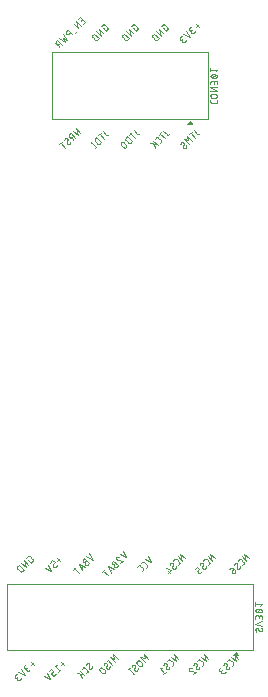
<source format=gbr>
G04 EAGLE Gerber RS-274X export*
G75*
%MOMM*%
%FSLAX34Y34*%
%LPD*%
%INSilkscreen Bottom*%
%IPPOS*%
%AMOC8*
5,1,8,0,0,1.08239X$1,22.5*%
G01*
%ADD10C,0.050800*%
%ADD11C,0.100000*%

G36*
X53054Y356512D02*
X53054Y356512D01*
X53109Y356513D01*
X53150Y356531D01*
X53195Y356540D01*
X53240Y356572D01*
X53291Y356594D01*
X53321Y356627D01*
X53359Y356653D01*
X53388Y356699D01*
X53426Y356740D01*
X53441Y356782D01*
X53466Y356820D01*
X53475Y356875D01*
X53494Y356927D01*
X53491Y356972D01*
X53499Y357017D01*
X53486Y357070D01*
X53483Y357125D01*
X53462Y357174D01*
X53453Y357210D01*
X53434Y357236D01*
X53415Y357277D01*
X51415Y360277D01*
X51411Y360282D01*
X51408Y360288D01*
X51367Y360327D01*
X51338Y360366D01*
X51309Y360383D01*
X51274Y360417D01*
X51268Y360420D01*
X51263Y360424D01*
X51199Y360448D01*
X51167Y360467D01*
X51137Y360472D01*
X51090Y360491D01*
X51083Y360491D01*
X51077Y360493D01*
X51025Y360491D01*
X51003Y360495D01*
X50997Y360495D01*
X50967Y360489D01*
X50891Y360487D01*
X50885Y360484D01*
X50878Y360484D01*
X50829Y360461D01*
X50802Y360455D01*
X50770Y360433D01*
X50709Y360406D01*
X50705Y360401D01*
X50699Y360398D01*
X50662Y360359D01*
X50638Y360343D01*
X50621Y360315D01*
X50585Y360277D01*
X48585Y357277D01*
X48564Y357226D01*
X48534Y357180D01*
X48527Y357135D01*
X48509Y357093D01*
X48510Y357038D01*
X48501Y356983D01*
X48512Y356939D01*
X48512Y356894D01*
X48534Y356844D01*
X48547Y356790D01*
X48574Y356754D01*
X48592Y356712D01*
X48632Y356674D01*
X48665Y356630D01*
X48704Y356607D01*
X48737Y356576D01*
X48789Y356557D01*
X48836Y356528D01*
X48888Y356520D01*
X48923Y356507D01*
X48956Y356508D01*
X49000Y356501D01*
X53000Y356501D01*
X53054Y356512D01*
G37*
G36*
X92054Y-93488D02*
X92054Y-93488D01*
X92109Y-93487D01*
X92150Y-93469D01*
X92195Y-93460D01*
X92240Y-93428D01*
X92291Y-93406D01*
X92321Y-93373D01*
X92359Y-93347D01*
X92388Y-93301D01*
X92426Y-93260D01*
X92441Y-93218D01*
X92466Y-93180D01*
X92475Y-93125D01*
X92494Y-93074D01*
X92491Y-93028D01*
X92499Y-92983D01*
X92486Y-92930D01*
X92483Y-92875D01*
X92462Y-92826D01*
X92453Y-92790D01*
X92434Y-92764D01*
X92415Y-92723D01*
X90415Y-89723D01*
X90411Y-89718D01*
X90408Y-89712D01*
X90367Y-89673D01*
X90338Y-89634D01*
X90309Y-89617D01*
X90274Y-89583D01*
X90268Y-89580D01*
X90263Y-89576D01*
X90199Y-89552D01*
X90167Y-89533D01*
X90137Y-89528D01*
X90090Y-89509D01*
X90083Y-89509D01*
X90077Y-89507D01*
X90025Y-89509D01*
X90003Y-89505D01*
X89997Y-89505D01*
X89967Y-89511D01*
X89891Y-89513D01*
X89885Y-89516D01*
X89878Y-89516D01*
X89829Y-89539D01*
X89802Y-89545D01*
X89770Y-89567D01*
X89709Y-89594D01*
X89705Y-89599D01*
X89699Y-89602D01*
X89662Y-89641D01*
X89638Y-89657D01*
X89621Y-89685D01*
X89585Y-89723D01*
X87585Y-92723D01*
X87564Y-92774D01*
X87534Y-92820D01*
X87527Y-92865D01*
X87509Y-92907D01*
X87510Y-92962D01*
X87501Y-93017D01*
X87512Y-93061D01*
X87512Y-93106D01*
X87534Y-93157D01*
X87547Y-93210D01*
X87574Y-93246D01*
X87592Y-93288D01*
X87632Y-93326D01*
X87665Y-93370D01*
X87704Y-93393D01*
X87737Y-93424D01*
X87789Y-93443D01*
X87836Y-93472D01*
X87888Y-93480D01*
X87923Y-93493D01*
X87956Y-93492D01*
X88000Y-93499D01*
X92000Y-93499D01*
X92054Y-93488D01*
G37*
D10*
X3112Y352064D02*
X6186Y348990D01*
X6236Y348942D01*
X6290Y348897D01*
X6345Y348855D01*
X6403Y348816D01*
X6463Y348781D01*
X6525Y348749D01*
X6589Y348721D01*
X6654Y348696D01*
X6720Y348675D01*
X6788Y348657D01*
X6856Y348644D01*
X6925Y348634D01*
X6994Y348628D01*
X7064Y348626D01*
X7134Y348628D01*
X7203Y348634D01*
X7272Y348644D01*
X7340Y348657D01*
X7408Y348675D01*
X7474Y348696D01*
X7539Y348721D01*
X7603Y348749D01*
X7665Y348781D01*
X7725Y348816D01*
X7783Y348855D01*
X7838Y348897D01*
X7892Y348942D01*
X7942Y348990D01*
X8381Y349429D01*
X4427Y345476D02*
X476Y349427D01*
X1573Y350525D02*
X-622Y348329D01*
X-2177Y346774D02*
X1775Y342823D01*
X-2177Y346774D02*
X-3274Y345677D01*
X-3274Y345676D02*
X-3329Y345619D01*
X-3380Y345560D01*
X-3428Y345498D01*
X-3473Y345433D01*
X-3514Y345366D01*
X-3553Y345298D01*
X-3587Y345227D01*
X-3618Y345155D01*
X-3646Y345081D01*
X-3669Y345006D01*
X-3689Y344930D01*
X-3705Y344853D01*
X-3717Y344775D01*
X-3725Y344697D01*
X-3729Y344618D01*
X-3729Y344540D01*
X-3725Y344461D01*
X-3717Y344383D01*
X-3705Y344305D01*
X-3689Y344228D01*
X-3669Y344152D01*
X-3646Y344077D01*
X-3618Y344003D01*
X-3587Y343931D01*
X-3553Y343860D01*
X-3514Y343792D01*
X-3473Y343725D01*
X-3428Y343660D01*
X-3380Y343598D01*
X-3329Y343539D01*
X-3274Y343482D01*
X-1518Y341726D01*
X-1463Y341673D01*
X-1406Y341623D01*
X-1346Y341576D01*
X-1283Y341533D01*
X-1219Y341492D01*
X-1153Y341454D01*
X-1085Y341420D01*
X-1015Y341389D01*
X-944Y341362D01*
X-872Y341338D01*
X-798Y341318D01*
X-724Y341301D01*
X-649Y341288D01*
X-573Y341278D01*
X-497Y341273D01*
X-421Y341271D01*
X-345Y341273D01*
X-269Y341278D01*
X-193Y341288D01*
X-118Y341301D01*
X-44Y341318D01*
X30Y341338D01*
X102Y341362D01*
X173Y341389D01*
X243Y341420D01*
X311Y341454D01*
X377Y341492D01*
X441Y341533D01*
X504Y341576D01*
X564Y341623D01*
X621Y341673D01*
X676Y341726D01*
X677Y341726D02*
X1775Y342823D01*
X-3332Y339912D02*
X-5088Y341668D01*
X-5088Y341667D02*
X-5145Y341722D01*
X-5204Y341773D01*
X-5266Y341821D01*
X-5331Y341866D01*
X-5398Y341907D01*
X-5466Y341946D01*
X-5537Y341980D01*
X-5609Y342011D01*
X-5683Y342039D01*
X-5758Y342062D01*
X-5834Y342082D01*
X-5911Y342098D01*
X-5989Y342110D01*
X-6067Y342118D01*
X-6146Y342122D01*
X-6224Y342122D01*
X-6303Y342118D01*
X-6381Y342110D01*
X-6459Y342098D01*
X-6536Y342082D01*
X-6612Y342062D01*
X-6687Y342039D01*
X-6761Y342011D01*
X-6833Y341980D01*
X-6904Y341946D01*
X-6972Y341907D01*
X-7039Y341866D01*
X-7104Y341821D01*
X-7166Y341773D01*
X-7225Y341722D01*
X-7282Y341667D01*
X-7337Y341610D01*
X-7388Y341551D01*
X-7436Y341489D01*
X-7481Y341424D01*
X-7522Y341357D01*
X-7561Y341289D01*
X-7595Y341218D01*
X-7626Y341146D01*
X-7654Y341072D01*
X-7677Y340997D01*
X-7697Y340921D01*
X-7713Y340844D01*
X-7725Y340766D01*
X-7733Y340688D01*
X-7737Y340609D01*
X-7737Y340531D01*
X-7733Y340452D01*
X-7725Y340374D01*
X-7713Y340296D01*
X-7697Y340219D01*
X-7677Y340143D01*
X-7654Y340068D01*
X-7626Y339994D01*
X-7595Y339922D01*
X-7561Y339851D01*
X-7522Y339783D01*
X-7481Y339716D01*
X-7436Y339651D01*
X-7388Y339589D01*
X-7337Y339530D01*
X-7282Y339473D01*
X-7283Y339473D02*
X-5527Y337717D01*
X-5526Y337717D02*
X-5469Y337662D01*
X-5410Y337611D01*
X-5348Y337563D01*
X-5283Y337518D01*
X-5216Y337477D01*
X-5148Y337438D01*
X-5077Y337404D01*
X-5005Y337373D01*
X-4931Y337345D01*
X-4856Y337322D01*
X-4780Y337302D01*
X-4703Y337286D01*
X-4625Y337274D01*
X-4547Y337266D01*
X-4468Y337262D01*
X-4390Y337262D01*
X-4311Y337266D01*
X-4233Y337274D01*
X-4155Y337286D01*
X-4078Y337302D01*
X-4002Y337322D01*
X-3927Y337345D01*
X-3853Y337373D01*
X-3781Y337404D01*
X-3710Y337438D01*
X-3642Y337477D01*
X-3575Y337518D01*
X-3510Y337563D01*
X-3448Y337611D01*
X-3389Y337662D01*
X-3332Y337717D01*
X-3277Y337774D01*
X-3226Y337833D01*
X-3178Y337895D01*
X-3133Y337960D01*
X-3092Y338027D01*
X-3053Y338095D01*
X-3019Y338166D01*
X-2988Y338238D01*
X-2960Y338312D01*
X-2937Y338387D01*
X-2917Y338463D01*
X-2901Y338540D01*
X-2889Y338618D01*
X-2881Y338696D01*
X-2877Y338775D01*
X-2877Y338853D01*
X-2881Y338932D01*
X-2889Y339010D01*
X-2901Y339088D01*
X-2917Y339165D01*
X-2937Y339241D01*
X-2960Y339316D01*
X-2988Y339390D01*
X-3019Y339462D01*
X-3053Y339533D01*
X-3092Y339601D01*
X-3133Y339668D01*
X-3178Y339733D01*
X-3226Y339795D01*
X-3277Y339854D01*
X-3332Y339911D01*
X28154Y351705D02*
X31227Y348632D01*
X31277Y348584D01*
X31331Y348539D01*
X31386Y348497D01*
X31444Y348458D01*
X31504Y348423D01*
X31566Y348391D01*
X31630Y348363D01*
X31695Y348338D01*
X31761Y348317D01*
X31829Y348299D01*
X31897Y348286D01*
X31966Y348276D01*
X32035Y348270D01*
X32105Y348268D01*
X32175Y348270D01*
X32244Y348276D01*
X32313Y348286D01*
X32381Y348299D01*
X32449Y348317D01*
X32515Y348338D01*
X32580Y348363D01*
X32644Y348391D01*
X32706Y348423D01*
X32766Y348458D01*
X32824Y348497D01*
X32879Y348539D01*
X32933Y348584D01*
X32983Y348632D01*
X33422Y349071D01*
X29469Y345117D02*
X25517Y349068D01*
X24420Y347971D02*
X26615Y350166D01*
X26079Y341727D02*
X25201Y340849D01*
X26079Y341727D02*
X26127Y341777D01*
X26172Y341831D01*
X26214Y341886D01*
X26253Y341944D01*
X26288Y342004D01*
X26320Y342066D01*
X26348Y342130D01*
X26373Y342195D01*
X26394Y342261D01*
X26412Y342329D01*
X26425Y342397D01*
X26435Y342466D01*
X26441Y342535D01*
X26443Y342605D01*
X26441Y342675D01*
X26435Y342744D01*
X26425Y342813D01*
X26412Y342881D01*
X26394Y342949D01*
X26373Y343015D01*
X26348Y343080D01*
X26320Y343144D01*
X26288Y343206D01*
X26253Y343266D01*
X26214Y343324D01*
X26172Y343379D01*
X26127Y343433D01*
X26079Y343483D01*
X23884Y345679D01*
X23884Y345678D02*
X23834Y345726D01*
X23780Y345771D01*
X23725Y345813D01*
X23667Y345852D01*
X23607Y345887D01*
X23545Y345919D01*
X23481Y345947D01*
X23416Y345972D01*
X23350Y345993D01*
X23282Y346011D01*
X23214Y346024D01*
X23145Y346034D01*
X23076Y346040D01*
X23006Y346042D01*
X22936Y346040D01*
X22867Y346034D01*
X22798Y346024D01*
X22730Y346011D01*
X22662Y345993D01*
X22596Y345972D01*
X22531Y345947D01*
X22467Y345919D01*
X22405Y345887D01*
X22345Y345852D01*
X22287Y345813D01*
X22232Y345771D01*
X22178Y345726D01*
X22128Y345678D01*
X22128Y345679D02*
X21250Y344801D01*
X19573Y343124D02*
X23525Y339173D01*
X21988Y340710D02*
X17378Y340929D01*
X20232Y340710D02*
X21329Y336978D01*
X54106Y352257D02*
X57180Y349184D01*
X57230Y349136D01*
X57284Y349091D01*
X57339Y349049D01*
X57397Y349010D01*
X57457Y348975D01*
X57519Y348943D01*
X57583Y348915D01*
X57648Y348890D01*
X57714Y348869D01*
X57782Y348851D01*
X57850Y348838D01*
X57919Y348828D01*
X57988Y348822D01*
X58058Y348820D01*
X58128Y348822D01*
X58197Y348828D01*
X58266Y348838D01*
X58334Y348851D01*
X58402Y348869D01*
X58468Y348890D01*
X58533Y348915D01*
X58597Y348943D01*
X58659Y348975D01*
X58719Y349010D01*
X58777Y349049D01*
X58832Y349091D01*
X58886Y349136D01*
X58936Y349184D01*
X59375Y349623D01*
X55421Y345670D02*
X51470Y349621D01*
X52567Y350719D02*
X50372Y348523D01*
X48778Y346929D02*
X52730Y342978D01*
X49656Y343417D02*
X48778Y346929D01*
X49656Y343417D02*
X46144Y344295D01*
X50095Y340344D01*
X47055Y337303D02*
X47005Y337255D01*
X46951Y337210D01*
X46896Y337168D01*
X46838Y337129D01*
X46778Y337094D01*
X46716Y337062D01*
X46652Y337034D01*
X46587Y337009D01*
X46521Y336988D01*
X46453Y336970D01*
X46385Y336957D01*
X46316Y336947D01*
X46247Y336941D01*
X46177Y336939D01*
X46107Y336941D01*
X46038Y336947D01*
X45969Y336957D01*
X45901Y336970D01*
X45833Y336988D01*
X45767Y337009D01*
X45702Y337034D01*
X45638Y337062D01*
X45576Y337094D01*
X45516Y337129D01*
X45458Y337168D01*
X45403Y337210D01*
X45349Y337255D01*
X45299Y337303D01*
X47055Y337303D02*
X47123Y337374D01*
X47189Y337448D01*
X47252Y337524D01*
X47312Y337602D01*
X47369Y337682D01*
X47423Y337765D01*
X47473Y337850D01*
X47521Y337936D01*
X47565Y338024D01*
X47606Y338114D01*
X47644Y338205D01*
X47678Y338298D01*
X47708Y338391D01*
X47736Y338486D01*
X47759Y338582D01*
X47779Y338679D01*
X47795Y338776D01*
X47808Y338874D01*
X47816Y338972D01*
X47822Y339070D01*
X47823Y339169D01*
X45189Y341584D02*
X45139Y341632D01*
X45085Y341677D01*
X45030Y341719D01*
X44972Y341758D01*
X44912Y341793D01*
X44850Y341825D01*
X44786Y341853D01*
X44721Y341878D01*
X44655Y341899D01*
X44587Y341917D01*
X44519Y341930D01*
X44450Y341940D01*
X44381Y341946D01*
X44311Y341948D01*
X44241Y341946D01*
X44172Y341940D01*
X44103Y341930D01*
X44035Y341917D01*
X43967Y341899D01*
X43901Y341878D01*
X43836Y341853D01*
X43772Y341825D01*
X43710Y341793D01*
X43650Y341758D01*
X43592Y341719D01*
X43537Y341677D01*
X43483Y341632D01*
X43433Y341584D01*
X43368Y341517D01*
X43306Y341447D01*
X43247Y341374D01*
X43190Y341299D01*
X43137Y341222D01*
X43087Y341143D01*
X43040Y341062D01*
X42997Y340979D01*
X42957Y340895D01*
X42920Y340808D01*
X42887Y340721D01*
X42857Y340632D01*
X42831Y340542D01*
X42808Y340451D01*
X42789Y340360D01*
X42774Y340267D01*
X45518Y340376D02*
X45533Y340444D01*
X45545Y340511D01*
X45553Y340580D01*
X45557Y340649D01*
X45558Y340718D01*
X45554Y340786D01*
X45547Y340855D01*
X45537Y340923D01*
X45522Y340990D01*
X45504Y341057D01*
X45482Y341122D01*
X45457Y341186D01*
X45428Y341249D01*
X45396Y341310D01*
X45361Y341369D01*
X45322Y341426D01*
X45281Y341481D01*
X45236Y341534D01*
X45189Y341584D01*
X44970Y338510D02*
X44955Y338443D01*
X44943Y338375D01*
X44935Y338307D01*
X44931Y338238D01*
X44930Y338169D01*
X44934Y338101D01*
X44941Y338032D01*
X44951Y337964D01*
X44966Y337897D01*
X44984Y337830D01*
X45006Y337765D01*
X45031Y337701D01*
X45060Y337638D01*
X45092Y337577D01*
X45127Y337518D01*
X45166Y337461D01*
X45207Y337406D01*
X45252Y337353D01*
X45299Y337303D01*
X44970Y338511D02*
X45518Y340376D01*
X-19932Y348273D02*
X-23005Y351346D01*
X-19932Y348273D02*
X-19882Y348225D01*
X-19828Y348180D01*
X-19773Y348138D01*
X-19715Y348099D01*
X-19655Y348064D01*
X-19593Y348032D01*
X-19529Y348004D01*
X-19464Y347979D01*
X-19398Y347958D01*
X-19330Y347940D01*
X-19262Y347927D01*
X-19193Y347917D01*
X-19124Y347911D01*
X-19054Y347909D01*
X-18984Y347911D01*
X-18915Y347917D01*
X-18846Y347927D01*
X-18778Y347940D01*
X-18710Y347958D01*
X-18644Y347979D01*
X-18579Y348004D01*
X-18515Y348032D01*
X-18453Y348064D01*
X-18393Y348099D01*
X-18335Y348138D01*
X-18280Y348180D01*
X-18226Y348225D01*
X-18176Y348273D01*
X-17737Y348712D01*
X-21690Y344758D02*
X-25642Y348710D01*
X-24544Y349807D02*
X-26739Y347612D01*
X-28294Y346057D02*
X-24343Y342106D01*
X-28294Y346057D02*
X-29392Y344960D01*
X-29391Y344959D02*
X-29446Y344902D01*
X-29497Y344843D01*
X-29545Y344781D01*
X-29590Y344716D01*
X-29631Y344649D01*
X-29670Y344581D01*
X-29704Y344510D01*
X-29735Y344438D01*
X-29763Y344364D01*
X-29786Y344289D01*
X-29806Y344213D01*
X-29822Y344136D01*
X-29834Y344058D01*
X-29842Y343980D01*
X-29846Y343901D01*
X-29846Y343823D01*
X-29842Y343744D01*
X-29834Y343666D01*
X-29822Y343588D01*
X-29806Y343511D01*
X-29786Y343435D01*
X-29763Y343360D01*
X-29735Y343286D01*
X-29704Y343214D01*
X-29670Y343143D01*
X-29631Y343075D01*
X-29590Y343008D01*
X-29545Y342943D01*
X-29497Y342881D01*
X-29446Y342822D01*
X-29391Y342765D01*
X-29392Y342764D02*
X-27636Y341008D01*
X-27635Y341009D02*
X-27580Y340956D01*
X-27523Y340906D01*
X-27463Y340859D01*
X-27400Y340816D01*
X-27336Y340775D01*
X-27270Y340737D01*
X-27202Y340703D01*
X-27132Y340672D01*
X-27061Y340645D01*
X-26989Y340621D01*
X-26915Y340601D01*
X-26841Y340584D01*
X-26766Y340571D01*
X-26690Y340561D01*
X-26614Y340556D01*
X-26538Y340554D01*
X-26462Y340556D01*
X-26386Y340561D01*
X-26310Y340571D01*
X-26235Y340584D01*
X-26161Y340601D01*
X-26087Y340621D01*
X-26015Y340645D01*
X-25944Y340672D01*
X-25874Y340703D01*
X-25806Y340737D01*
X-25740Y340775D01*
X-25676Y340816D01*
X-25613Y340859D01*
X-25553Y340906D01*
X-25496Y340956D01*
X-25441Y341009D01*
X-25440Y341008D02*
X-24343Y342106D01*
X-28673Y337775D02*
X-32625Y341727D01*
X-28234Y338214D02*
X-29112Y337336D01*
X-33064Y341288D02*
X-32186Y342166D01*
X-42037Y349812D02*
X-45988Y353763D01*
X-44232Y347617D01*
X-48183Y351568D01*
X-50152Y349599D02*
X-46201Y345648D01*
X-50152Y349599D02*
X-51250Y348502D01*
X-51249Y348501D02*
X-51304Y348444D01*
X-51355Y348385D01*
X-51403Y348323D01*
X-51448Y348258D01*
X-51489Y348191D01*
X-51528Y348123D01*
X-51562Y348052D01*
X-51593Y347980D01*
X-51621Y347906D01*
X-51644Y347831D01*
X-51664Y347755D01*
X-51680Y347678D01*
X-51692Y347600D01*
X-51700Y347522D01*
X-51704Y347443D01*
X-51704Y347365D01*
X-51700Y347286D01*
X-51692Y347208D01*
X-51680Y347130D01*
X-51664Y347053D01*
X-51644Y346977D01*
X-51621Y346902D01*
X-51593Y346828D01*
X-51562Y346756D01*
X-51528Y346685D01*
X-51489Y346617D01*
X-51448Y346550D01*
X-51403Y346485D01*
X-51355Y346423D01*
X-51304Y346364D01*
X-51249Y346307D01*
X-51192Y346252D01*
X-51133Y346201D01*
X-51071Y346153D01*
X-51006Y346108D01*
X-50939Y346067D01*
X-50871Y346028D01*
X-50800Y345994D01*
X-50728Y345963D01*
X-50654Y345935D01*
X-50579Y345912D01*
X-50503Y345892D01*
X-50426Y345876D01*
X-50348Y345864D01*
X-50270Y345856D01*
X-50191Y345852D01*
X-50113Y345852D01*
X-50034Y345856D01*
X-49956Y345864D01*
X-49878Y345876D01*
X-49801Y345892D01*
X-49725Y345912D01*
X-49650Y345935D01*
X-49576Y345963D01*
X-49504Y345994D01*
X-49433Y346028D01*
X-49365Y346067D01*
X-49298Y346108D01*
X-49233Y346153D01*
X-49171Y346201D01*
X-49112Y346252D01*
X-49055Y346307D01*
X-49054Y346307D02*
X-47957Y347404D01*
X-49274Y346087D02*
X-48396Y343453D01*
X-51242Y340607D02*
X-51292Y340559D01*
X-51346Y340514D01*
X-51401Y340472D01*
X-51459Y340433D01*
X-51519Y340398D01*
X-51581Y340366D01*
X-51645Y340338D01*
X-51710Y340313D01*
X-51776Y340292D01*
X-51844Y340274D01*
X-51912Y340261D01*
X-51981Y340251D01*
X-52050Y340245D01*
X-52120Y340243D01*
X-52190Y340245D01*
X-52259Y340251D01*
X-52328Y340261D01*
X-52396Y340274D01*
X-52464Y340292D01*
X-52530Y340313D01*
X-52595Y340338D01*
X-52659Y340366D01*
X-52721Y340398D01*
X-52781Y340433D01*
X-52839Y340472D01*
X-52894Y340514D01*
X-52948Y340559D01*
X-52998Y340607D01*
X-51242Y340606D02*
X-51174Y340677D01*
X-51108Y340751D01*
X-51045Y340827D01*
X-50985Y340905D01*
X-50928Y340985D01*
X-50874Y341068D01*
X-50824Y341153D01*
X-50776Y341239D01*
X-50732Y341327D01*
X-50691Y341417D01*
X-50653Y341508D01*
X-50619Y341601D01*
X-50589Y341694D01*
X-50561Y341789D01*
X-50538Y341885D01*
X-50518Y341982D01*
X-50502Y342079D01*
X-50489Y342177D01*
X-50481Y342275D01*
X-50475Y342373D01*
X-50474Y342472D01*
X-53108Y344887D02*
X-53158Y344935D01*
X-53212Y344980D01*
X-53267Y345022D01*
X-53325Y345061D01*
X-53385Y345096D01*
X-53447Y345128D01*
X-53511Y345156D01*
X-53576Y345181D01*
X-53642Y345202D01*
X-53710Y345220D01*
X-53778Y345233D01*
X-53847Y345243D01*
X-53916Y345249D01*
X-53986Y345251D01*
X-54056Y345249D01*
X-54125Y345243D01*
X-54194Y345233D01*
X-54262Y345220D01*
X-54330Y345202D01*
X-54396Y345181D01*
X-54461Y345156D01*
X-54525Y345128D01*
X-54587Y345096D01*
X-54647Y345061D01*
X-54705Y345022D01*
X-54760Y344980D01*
X-54814Y344935D01*
X-54864Y344887D01*
X-54929Y344820D01*
X-54991Y344750D01*
X-55050Y344677D01*
X-55107Y344602D01*
X-55160Y344525D01*
X-55210Y344446D01*
X-55257Y344365D01*
X-55300Y344282D01*
X-55340Y344198D01*
X-55377Y344111D01*
X-55410Y344024D01*
X-55440Y343935D01*
X-55466Y343845D01*
X-55489Y343754D01*
X-55508Y343663D01*
X-55523Y343570D01*
X-52779Y343679D02*
X-52764Y343747D01*
X-52752Y343815D01*
X-52744Y343883D01*
X-52740Y343952D01*
X-52739Y344021D01*
X-52743Y344089D01*
X-52750Y344158D01*
X-52760Y344226D01*
X-52775Y344293D01*
X-52793Y344360D01*
X-52815Y344425D01*
X-52840Y344489D01*
X-52869Y344552D01*
X-52901Y344613D01*
X-52936Y344672D01*
X-52975Y344729D01*
X-53016Y344784D01*
X-53061Y344837D01*
X-53108Y344887D01*
X-53328Y341813D02*
X-53343Y341746D01*
X-53355Y341678D01*
X-53363Y341610D01*
X-53367Y341541D01*
X-53368Y341472D01*
X-53364Y341404D01*
X-53357Y341335D01*
X-53347Y341267D01*
X-53332Y341200D01*
X-53314Y341133D01*
X-53292Y341068D01*
X-53267Y341004D01*
X-53238Y340941D01*
X-53206Y340880D01*
X-53171Y340821D01*
X-53132Y340764D01*
X-53091Y340709D01*
X-53046Y340656D01*
X-52999Y340606D01*
X-53328Y341814D02*
X-52779Y343680D01*
X-58466Y341286D02*
X-54514Y337334D01*
X-57368Y342383D02*
X-59563Y340188D01*
X-39776Y442073D02*
X-38019Y443829D01*
X-41971Y447781D01*
X-43727Y446025D01*
X-41532Y444707D02*
X-40215Y446024D01*
X-45325Y444426D02*
X-41374Y440475D01*
X-43569Y438280D02*
X-45325Y444426D01*
X-47520Y442231D02*
X-43569Y438280D01*
X-44775Y436196D02*
X-46531Y434439D01*
X-48674Y433175D02*
X-52625Y437126D01*
X-53723Y436028D01*
X-53722Y436028D02*
X-53777Y435971D01*
X-53828Y435912D01*
X-53876Y435850D01*
X-53921Y435785D01*
X-53962Y435718D01*
X-54001Y435650D01*
X-54035Y435579D01*
X-54066Y435507D01*
X-54094Y435433D01*
X-54117Y435358D01*
X-54137Y435282D01*
X-54153Y435205D01*
X-54165Y435127D01*
X-54173Y435049D01*
X-54177Y434970D01*
X-54177Y434892D01*
X-54173Y434813D01*
X-54165Y434735D01*
X-54153Y434657D01*
X-54137Y434580D01*
X-54117Y434504D01*
X-54094Y434429D01*
X-54066Y434355D01*
X-54035Y434283D01*
X-54001Y434212D01*
X-53962Y434144D01*
X-53921Y434077D01*
X-53876Y434012D01*
X-53828Y433950D01*
X-53777Y433891D01*
X-53722Y433834D01*
X-53665Y433779D01*
X-53606Y433728D01*
X-53544Y433680D01*
X-53479Y433635D01*
X-53412Y433594D01*
X-53344Y433555D01*
X-53273Y433521D01*
X-53201Y433490D01*
X-53127Y433462D01*
X-53052Y433439D01*
X-52976Y433419D01*
X-52899Y433403D01*
X-52821Y433391D01*
X-52743Y433383D01*
X-52664Y433379D01*
X-52586Y433379D01*
X-52507Y433383D01*
X-52429Y433391D01*
X-52351Y433403D01*
X-52274Y433419D01*
X-52198Y433439D01*
X-52123Y433462D01*
X-52049Y433490D01*
X-51977Y433521D01*
X-51906Y433555D01*
X-51838Y433594D01*
X-51771Y433635D01*
X-51706Y433680D01*
X-51644Y433728D01*
X-51585Y433779D01*
X-51528Y433834D01*
X-51528Y433833D02*
X-50430Y434931D01*
X-56176Y433576D02*
X-53102Y428746D01*
X-56615Y430503D01*
X-54858Y426990D01*
X-59688Y430063D01*
X-61386Y428366D02*
X-57434Y424414D01*
X-61386Y428366D02*
X-62483Y427268D01*
X-62483Y427267D02*
X-62538Y427210D01*
X-62589Y427151D01*
X-62637Y427089D01*
X-62682Y427024D01*
X-62723Y426957D01*
X-62762Y426889D01*
X-62796Y426818D01*
X-62827Y426746D01*
X-62855Y426672D01*
X-62878Y426597D01*
X-62898Y426521D01*
X-62914Y426444D01*
X-62926Y426366D01*
X-62934Y426288D01*
X-62938Y426209D01*
X-62938Y426131D01*
X-62934Y426052D01*
X-62926Y425974D01*
X-62914Y425896D01*
X-62898Y425819D01*
X-62878Y425743D01*
X-62855Y425668D01*
X-62827Y425594D01*
X-62796Y425522D01*
X-62762Y425451D01*
X-62723Y425383D01*
X-62682Y425316D01*
X-62637Y425251D01*
X-62589Y425189D01*
X-62538Y425130D01*
X-62483Y425073D01*
X-62426Y425018D01*
X-62367Y424967D01*
X-62305Y424919D01*
X-62240Y424874D01*
X-62173Y424833D01*
X-62105Y424794D01*
X-62034Y424760D01*
X-61962Y424729D01*
X-61888Y424701D01*
X-61813Y424678D01*
X-61737Y424658D01*
X-61660Y424642D01*
X-61582Y424630D01*
X-61504Y424622D01*
X-61425Y424618D01*
X-61347Y424618D01*
X-61268Y424622D01*
X-61190Y424630D01*
X-61112Y424642D01*
X-61035Y424658D01*
X-60959Y424678D01*
X-60884Y424701D01*
X-60810Y424729D01*
X-60738Y424760D01*
X-60667Y424794D01*
X-60599Y424833D01*
X-60532Y424874D01*
X-60467Y424919D01*
X-60405Y424967D01*
X-60346Y425018D01*
X-60289Y425073D01*
X-60288Y425073D02*
X-59191Y426170D01*
X-60508Y424853D02*
X-59630Y422219D01*
X-22579Y438260D02*
X-21921Y438918D01*
X-22579Y438260D02*
X-20384Y436065D01*
X-19067Y437382D01*
X-19019Y437432D01*
X-18974Y437486D01*
X-18932Y437541D01*
X-18893Y437599D01*
X-18858Y437659D01*
X-18826Y437721D01*
X-18798Y437785D01*
X-18773Y437850D01*
X-18752Y437916D01*
X-18734Y437984D01*
X-18721Y438052D01*
X-18711Y438121D01*
X-18705Y438190D01*
X-18703Y438260D01*
X-18705Y438330D01*
X-18711Y438399D01*
X-18721Y438468D01*
X-18734Y438536D01*
X-18752Y438604D01*
X-18773Y438670D01*
X-18798Y438735D01*
X-18826Y438799D01*
X-18858Y438861D01*
X-18893Y438921D01*
X-18932Y438979D01*
X-18974Y439034D01*
X-19019Y439088D01*
X-19067Y439138D01*
X-21262Y441333D01*
X-21312Y441381D01*
X-21366Y441426D01*
X-21421Y441468D01*
X-21479Y441507D01*
X-21539Y441542D01*
X-21601Y441574D01*
X-21665Y441602D01*
X-21730Y441627D01*
X-21796Y441648D01*
X-21864Y441666D01*
X-21932Y441679D01*
X-22001Y441689D01*
X-22070Y441695D01*
X-22140Y441697D01*
X-22210Y441695D01*
X-22279Y441689D01*
X-22348Y441679D01*
X-22416Y441666D01*
X-22484Y441648D01*
X-22550Y441627D01*
X-22615Y441602D01*
X-22679Y441574D01*
X-22741Y441542D01*
X-22801Y441507D01*
X-22859Y441468D01*
X-22914Y441426D01*
X-22968Y441381D01*
X-23018Y441333D01*
X-24335Y440016D01*
X-26278Y438073D02*
X-22327Y434122D01*
X-24522Y431927D02*
X-26278Y438073D01*
X-28473Y435878D02*
X-24522Y431927D01*
X-26465Y429984D02*
X-30416Y433935D01*
X-31514Y432837D01*
X-31513Y432837D02*
X-31568Y432780D01*
X-31619Y432721D01*
X-31667Y432659D01*
X-31712Y432594D01*
X-31753Y432527D01*
X-31792Y432459D01*
X-31826Y432388D01*
X-31857Y432316D01*
X-31885Y432242D01*
X-31908Y432167D01*
X-31928Y432091D01*
X-31944Y432014D01*
X-31956Y431936D01*
X-31964Y431858D01*
X-31968Y431779D01*
X-31968Y431701D01*
X-31964Y431622D01*
X-31956Y431544D01*
X-31944Y431466D01*
X-31928Y431389D01*
X-31908Y431313D01*
X-31885Y431238D01*
X-31857Y431164D01*
X-31826Y431092D01*
X-31792Y431021D01*
X-31753Y430953D01*
X-31712Y430886D01*
X-31667Y430821D01*
X-31619Y430759D01*
X-31568Y430700D01*
X-31513Y430643D01*
X-31514Y430642D02*
X-29758Y428886D01*
X-29757Y428887D02*
X-29702Y428834D01*
X-29645Y428784D01*
X-29585Y428737D01*
X-29522Y428694D01*
X-29458Y428653D01*
X-29392Y428615D01*
X-29324Y428581D01*
X-29254Y428550D01*
X-29183Y428523D01*
X-29111Y428499D01*
X-29037Y428479D01*
X-28963Y428462D01*
X-28888Y428449D01*
X-28812Y428439D01*
X-28736Y428434D01*
X-28660Y428432D01*
X-28584Y428434D01*
X-28508Y428439D01*
X-28432Y428449D01*
X-28357Y428462D01*
X-28283Y428479D01*
X-28209Y428499D01*
X-28137Y428523D01*
X-28066Y428550D01*
X-27996Y428581D01*
X-27928Y428615D01*
X-27862Y428653D01*
X-27798Y428694D01*
X-27735Y428737D01*
X-27675Y428784D01*
X-27618Y428834D01*
X-27563Y428887D01*
X-27563Y428886D02*
X-26465Y429984D01*
X2821Y438260D02*
X3480Y438918D01*
X2821Y438260D02*
X5016Y436065D01*
X6333Y437382D01*
X6381Y437432D01*
X6426Y437486D01*
X6468Y437541D01*
X6507Y437599D01*
X6542Y437659D01*
X6574Y437721D01*
X6602Y437785D01*
X6627Y437850D01*
X6648Y437916D01*
X6666Y437984D01*
X6679Y438052D01*
X6689Y438121D01*
X6695Y438190D01*
X6697Y438260D01*
X6695Y438330D01*
X6689Y438399D01*
X6679Y438468D01*
X6666Y438536D01*
X6648Y438604D01*
X6627Y438670D01*
X6602Y438735D01*
X6574Y438799D01*
X6542Y438861D01*
X6507Y438921D01*
X6468Y438979D01*
X6426Y439034D01*
X6381Y439088D01*
X6333Y439138D01*
X4138Y441333D01*
X4088Y441381D01*
X4034Y441426D01*
X3979Y441468D01*
X3921Y441507D01*
X3861Y441542D01*
X3799Y441574D01*
X3735Y441602D01*
X3670Y441627D01*
X3604Y441648D01*
X3536Y441666D01*
X3468Y441679D01*
X3399Y441689D01*
X3330Y441695D01*
X3260Y441697D01*
X3190Y441695D01*
X3121Y441689D01*
X3052Y441679D01*
X2984Y441666D01*
X2916Y441648D01*
X2850Y441627D01*
X2785Y441602D01*
X2721Y441574D01*
X2659Y441542D01*
X2599Y441507D01*
X2541Y441468D01*
X2486Y441426D01*
X2432Y441381D01*
X2382Y441333D01*
X1065Y440016D01*
X-878Y438073D02*
X3073Y434122D01*
X878Y431927D02*
X-878Y438073D01*
X-3073Y435878D02*
X878Y431927D01*
X-1065Y429984D02*
X-5016Y433935D01*
X-6114Y432837D01*
X-6113Y432837D02*
X-6168Y432780D01*
X-6219Y432721D01*
X-6267Y432659D01*
X-6312Y432594D01*
X-6353Y432527D01*
X-6392Y432459D01*
X-6426Y432388D01*
X-6457Y432316D01*
X-6485Y432242D01*
X-6508Y432167D01*
X-6528Y432091D01*
X-6544Y432014D01*
X-6556Y431936D01*
X-6564Y431858D01*
X-6568Y431779D01*
X-6568Y431701D01*
X-6564Y431622D01*
X-6556Y431544D01*
X-6544Y431466D01*
X-6528Y431389D01*
X-6508Y431313D01*
X-6485Y431238D01*
X-6457Y431164D01*
X-6426Y431092D01*
X-6392Y431021D01*
X-6353Y430953D01*
X-6312Y430886D01*
X-6267Y430821D01*
X-6219Y430759D01*
X-6168Y430700D01*
X-6113Y430643D01*
X-6114Y430642D02*
X-4357Y428886D01*
X-4357Y428887D02*
X-4302Y428834D01*
X-4245Y428784D01*
X-4185Y428737D01*
X-4122Y428694D01*
X-4058Y428653D01*
X-3992Y428615D01*
X-3924Y428581D01*
X-3854Y428550D01*
X-3783Y428523D01*
X-3711Y428499D01*
X-3637Y428479D01*
X-3563Y428462D01*
X-3488Y428449D01*
X-3412Y428439D01*
X-3336Y428434D01*
X-3260Y428432D01*
X-3184Y428434D01*
X-3108Y428439D01*
X-3032Y428449D01*
X-2957Y428462D01*
X-2883Y428479D01*
X-2809Y428499D01*
X-2737Y428523D01*
X-2666Y428550D01*
X-2596Y428581D01*
X-2528Y428615D01*
X-2462Y428653D01*
X-2398Y428694D01*
X-2335Y428737D01*
X-2275Y428784D01*
X-2218Y428834D01*
X-2163Y428887D01*
X-2162Y428886D02*
X-1065Y429984D01*
X28221Y438260D02*
X28880Y438918D01*
X28221Y438260D02*
X30416Y436065D01*
X31733Y437382D01*
X31781Y437432D01*
X31826Y437486D01*
X31868Y437541D01*
X31907Y437599D01*
X31942Y437659D01*
X31974Y437721D01*
X32002Y437785D01*
X32027Y437850D01*
X32048Y437916D01*
X32066Y437984D01*
X32079Y438052D01*
X32089Y438121D01*
X32095Y438190D01*
X32097Y438260D01*
X32095Y438330D01*
X32089Y438399D01*
X32079Y438468D01*
X32066Y438536D01*
X32048Y438604D01*
X32027Y438670D01*
X32002Y438735D01*
X31974Y438799D01*
X31942Y438861D01*
X31907Y438921D01*
X31868Y438979D01*
X31826Y439034D01*
X31781Y439088D01*
X31733Y439138D01*
X29538Y441333D01*
X29488Y441381D01*
X29434Y441426D01*
X29379Y441468D01*
X29321Y441507D01*
X29261Y441542D01*
X29199Y441574D01*
X29135Y441602D01*
X29070Y441627D01*
X29004Y441648D01*
X28936Y441666D01*
X28868Y441679D01*
X28799Y441689D01*
X28730Y441695D01*
X28660Y441697D01*
X28590Y441695D01*
X28521Y441689D01*
X28452Y441679D01*
X28384Y441666D01*
X28316Y441648D01*
X28250Y441627D01*
X28185Y441602D01*
X28121Y441574D01*
X28059Y441542D01*
X27999Y441507D01*
X27941Y441468D01*
X27886Y441426D01*
X27832Y441381D01*
X27782Y441333D01*
X26465Y440016D01*
X24522Y438073D02*
X28473Y434122D01*
X26278Y431927D02*
X24522Y438073D01*
X22327Y435878D02*
X26278Y431927D01*
X24335Y429984D02*
X20384Y433935D01*
X19286Y432837D01*
X19287Y432837D02*
X19232Y432780D01*
X19181Y432721D01*
X19133Y432659D01*
X19088Y432594D01*
X19047Y432527D01*
X19008Y432459D01*
X18974Y432388D01*
X18943Y432316D01*
X18915Y432242D01*
X18892Y432167D01*
X18872Y432091D01*
X18856Y432014D01*
X18844Y431936D01*
X18836Y431858D01*
X18832Y431779D01*
X18832Y431701D01*
X18836Y431622D01*
X18844Y431544D01*
X18856Y431466D01*
X18872Y431389D01*
X18892Y431313D01*
X18915Y431238D01*
X18943Y431164D01*
X18974Y431092D01*
X19008Y431021D01*
X19047Y430953D01*
X19088Y430886D01*
X19133Y430821D01*
X19181Y430759D01*
X19232Y430700D01*
X19287Y430643D01*
X19286Y430642D02*
X21043Y428886D01*
X21043Y428887D02*
X21098Y428834D01*
X21155Y428784D01*
X21215Y428737D01*
X21278Y428694D01*
X21342Y428653D01*
X21408Y428615D01*
X21476Y428581D01*
X21546Y428550D01*
X21617Y428523D01*
X21689Y428499D01*
X21763Y428479D01*
X21837Y428462D01*
X21912Y428449D01*
X21988Y428439D01*
X22064Y428434D01*
X22140Y428432D01*
X22216Y428434D01*
X22292Y428439D01*
X22368Y428449D01*
X22443Y428462D01*
X22517Y428479D01*
X22591Y428499D01*
X22663Y428523D01*
X22734Y428550D01*
X22804Y428581D01*
X22872Y428615D01*
X22938Y428653D01*
X23002Y428694D01*
X23065Y428737D01*
X23125Y428784D01*
X23182Y428834D01*
X23237Y428887D01*
X23238Y428886D02*
X24335Y429984D01*
X55761Y439083D02*
X58395Y441717D01*
X58395Y439083D02*
X55761Y441717D01*
X55574Y435823D02*
X54476Y434725D01*
X54420Y434671D01*
X54362Y434621D01*
X54301Y434573D01*
X54237Y434529D01*
X54172Y434488D01*
X54104Y434450D01*
X54035Y434415D01*
X53964Y434384D01*
X53892Y434357D01*
X53818Y434333D01*
X53743Y434313D01*
X53668Y434297D01*
X53591Y434285D01*
X53514Y434276D01*
X53437Y434271D01*
X53360Y434270D01*
X53282Y434273D01*
X53205Y434280D01*
X53129Y434290D01*
X53053Y434305D01*
X52977Y434323D01*
X52903Y434345D01*
X52830Y434370D01*
X52758Y434399D01*
X52688Y434432D01*
X52620Y434468D01*
X52553Y434508D01*
X52489Y434551D01*
X52427Y434597D01*
X52367Y434646D01*
X52309Y434698D01*
X52255Y434752D01*
X52203Y434810D01*
X52154Y434870D01*
X52108Y434932D01*
X52065Y434996D01*
X52025Y435063D01*
X51989Y435131D01*
X51956Y435201D01*
X51927Y435273D01*
X51902Y435346D01*
X51880Y435420D01*
X51862Y435496D01*
X51847Y435572D01*
X51837Y435648D01*
X51830Y435725D01*
X51827Y435803D01*
X51828Y435880D01*
X51833Y435957D01*
X51842Y436034D01*
X51854Y436111D01*
X51870Y436186D01*
X51890Y436261D01*
X51914Y436335D01*
X51941Y436407D01*
X51972Y436478D01*
X52007Y436547D01*
X52045Y436615D01*
X52086Y436680D01*
X52130Y436744D01*
X52178Y436805D01*
X52228Y436863D01*
X52282Y436919D01*
X50306Y438457D02*
X51623Y439774D01*
X50306Y438457D02*
X50258Y438407D01*
X50213Y438353D01*
X50171Y438298D01*
X50132Y438240D01*
X50097Y438180D01*
X50065Y438118D01*
X50037Y438054D01*
X50012Y437989D01*
X49991Y437923D01*
X49973Y437855D01*
X49960Y437787D01*
X49950Y437718D01*
X49944Y437649D01*
X49942Y437579D01*
X49944Y437509D01*
X49950Y437440D01*
X49960Y437371D01*
X49973Y437303D01*
X49991Y437235D01*
X50012Y437169D01*
X50037Y437104D01*
X50065Y437040D01*
X50097Y436978D01*
X50132Y436918D01*
X50171Y436860D01*
X50213Y436805D01*
X50258Y436751D01*
X50306Y436701D01*
X50356Y436653D01*
X50410Y436608D01*
X50465Y436566D01*
X50523Y436527D01*
X50583Y436492D01*
X50645Y436460D01*
X50709Y436432D01*
X50774Y436407D01*
X50840Y436386D01*
X50908Y436368D01*
X50976Y436355D01*
X51045Y436345D01*
X51114Y436339D01*
X51184Y436337D01*
X51254Y436339D01*
X51323Y436345D01*
X51392Y436355D01*
X51460Y436368D01*
X51528Y436386D01*
X51594Y436407D01*
X51659Y436432D01*
X51723Y436460D01*
X51785Y436492D01*
X51845Y436527D01*
X51903Y436566D01*
X51958Y436608D01*
X52012Y436653D01*
X52062Y436701D01*
X52940Y437579D01*
X47963Y436114D02*
X50597Y430845D01*
X45329Y433480D01*
X47815Y428064D02*
X46718Y426966D01*
X46717Y426967D02*
X46661Y426913D01*
X46603Y426863D01*
X46542Y426815D01*
X46478Y426771D01*
X46413Y426730D01*
X46345Y426692D01*
X46276Y426657D01*
X46205Y426626D01*
X46133Y426599D01*
X46059Y426575D01*
X45984Y426555D01*
X45909Y426539D01*
X45832Y426527D01*
X45755Y426518D01*
X45678Y426513D01*
X45601Y426512D01*
X45523Y426515D01*
X45446Y426522D01*
X45370Y426532D01*
X45294Y426547D01*
X45218Y426565D01*
X45144Y426587D01*
X45071Y426612D01*
X44999Y426641D01*
X44929Y426674D01*
X44861Y426710D01*
X44794Y426750D01*
X44730Y426793D01*
X44668Y426839D01*
X44608Y426888D01*
X44550Y426940D01*
X44496Y426994D01*
X44444Y427052D01*
X44395Y427112D01*
X44349Y427174D01*
X44306Y427238D01*
X44266Y427305D01*
X44230Y427373D01*
X44197Y427443D01*
X44168Y427515D01*
X44143Y427588D01*
X44121Y427662D01*
X44103Y427738D01*
X44088Y427814D01*
X44078Y427890D01*
X44071Y427967D01*
X44068Y428045D01*
X44069Y428122D01*
X44074Y428199D01*
X44083Y428276D01*
X44095Y428353D01*
X44111Y428428D01*
X44131Y428503D01*
X44155Y428577D01*
X44182Y428649D01*
X44213Y428720D01*
X44248Y428789D01*
X44286Y428857D01*
X44327Y428922D01*
X44371Y428986D01*
X44419Y429047D01*
X44469Y429105D01*
X44523Y429161D01*
X42547Y430698D02*
X43864Y432015D01*
X42547Y430698D02*
X42499Y430648D01*
X42454Y430594D01*
X42412Y430539D01*
X42373Y430481D01*
X42338Y430421D01*
X42306Y430359D01*
X42278Y430295D01*
X42253Y430230D01*
X42232Y430164D01*
X42214Y430096D01*
X42201Y430028D01*
X42191Y429959D01*
X42185Y429890D01*
X42183Y429820D01*
X42185Y429750D01*
X42191Y429681D01*
X42201Y429612D01*
X42214Y429544D01*
X42232Y429476D01*
X42253Y429410D01*
X42278Y429345D01*
X42306Y429281D01*
X42338Y429219D01*
X42373Y429159D01*
X42412Y429101D01*
X42454Y429046D01*
X42499Y428992D01*
X42547Y428942D01*
X42597Y428894D01*
X42651Y428849D01*
X42706Y428807D01*
X42764Y428768D01*
X42824Y428733D01*
X42886Y428701D01*
X42950Y428673D01*
X43015Y428648D01*
X43081Y428627D01*
X43149Y428609D01*
X43217Y428596D01*
X43286Y428586D01*
X43355Y428580D01*
X43425Y428578D01*
X43495Y428580D01*
X43564Y428586D01*
X43633Y428596D01*
X43701Y428609D01*
X43769Y428627D01*
X43835Y428648D01*
X43900Y428673D01*
X43964Y428701D01*
X44026Y428733D01*
X44086Y428768D01*
X44144Y428807D01*
X44199Y428849D01*
X44253Y428894D01*
X44303Y428942D01*
X45181Y429820D01*
X-5839Y-4187D02*
X-3205Y-9456D01*
X-8473Y-6822D01*
X-11145Y-9493D02*
X-11195Y-9546D01*
X-11243Y-9602D01*
X-11287Y-9660D01*
X-11329Y-9720D01*
X-11367Y-9783D01*
X-11402Y-9847D01*
X-11433Y-9913D01*
X-11461Y-9980D01*
X-11486Y-10049D01*
X-11506Y-10119D01*
X-11523Y-10191D01*
X-11537Y-10262D01*
X-11546Y-10335D01*
X-11552Y-10408D01*
X-11554Y-10481D01*
X-11552Y-10554D01*
X-11546Y-10627D01*
X-11537Y-10700D01*
X-11523Y-10771D01*
X-11506Y-10843D01*
X-11486Y-10913D01*
X-11461Y-10982D01*
X-11433Y-11049D01*
X-11402Y-11115D01*
X-11367Y-11179D01*
X-11329Y-11242D01*
X-11287Y-11302D01*
X-11243Y-11360D01*
X-11195Y-11416D01*
X-11145Y-11469D01*
X-11145Y-9493D02*
X-11085Y-9435D01*
X-11022Y-9380D01*
X-10956Y-9328D01*
X-10888Y-9280D01*
X-10818Y-9234D01*
X-10746Y-9192D01*
X-10672Y-9153D01*
X-10596Y-9118D01*
X-10519Y-9086D01*
X-10440Y-9058D01*
X-10360Y-9033D01*
X-10279Y-9013D01*
X-10197Y-8996D01*
X-10115Y-8983D01*
X-10031Y-8974D01*
X-9948Y-8968D01*
X-9864Y-8967D01*
X-9781Y-8970D01*
X-9697Y-8976D01*
X-9615Y-8986D01*
X-9532Y-9000D01*
X-9450Y-9018D01*
X-9370Y-9040D01*
X-9290Y-9065D01*
X-9212Y-9094D01*
X-9135Y-9127D01*
X-9059Y-9163D01*
X-10048Y-11909D02*
X-10123Y-11908D01*
X-10199Y-11905D01*
X-10275Y-11897D01*
X-10350Y-11885D01*
X-10424Y-11870D01*
X-10498Y-11851D01*
X-10570Y-11828D01*
X-10641Y-11802D01*
X-10711Y-11772D01*
X-10779Y-11738D01*
X-10846Y-11701D01*
X-10910Y-11661D01*
X-10973Y-11618D01*
X-11033Y-11571D01*
X-11090Y-11522D01*
X-11145Y-11469D01*
X-10048Y-11908D02*
X-5986Y-12238D01*
X-8182Y-14433D01*
X-12249Y-14110D02*
X-13347Y-15207D01*
X-13346Y-15208D02*
X-13400Y-15264D01*
X-13450Y-15322D01*
X-13498Y-15383D01*
X-13542Y-15447D01*
X-13583Y-15512D01*
X-13621Y-15580D01*
X-13656Y-15649D01*
X-13687Y-15720D01*
X-13714Y-15792D01*
X-13738Y-15866D01*
X-13758Y-15941D01*
X-13774Y-16016D01*
X-13786Y-16093D01*
X-13795Y-16170D01*
X-13800Y-16247D01*
X-13801Y-16324D01*
X-13798Y-16402D01*
X-13791Y-16479D01*
X-13781Y-16555D01*
X-13766Y-16631D01*
X-13748Y-16707D01*
X-13726Y-16781D01*
X-13701Y-16854D01*
X-13672Y-16926D01*
X-13639Y-16996D01*
X-13603Y-17064D01*
X-13563Y-17131D01*
X-13520Y-17195D01*
X-13474Y-17257D01*
X-13425Y-17317D01*
X-13373Y-17375D01*
X-13319Y-17429D01*
X-13261Y-17481D01*
X-13201Y-17530D01*
X-13139Y-17576D01*
X-13075Y-17619D01*
X-13008Y-17659D01*
X-12940Y-17695D01*
X-12870Y-17728D01*
X-12798Y-17757D01*
X-12725Y-17782D01*
X-12651Y-17804D01*
X-12575Y-17822D01*
X-12499Y-17837D01*
X-12423Y-17847D01*
X-12346Y-17854D01*
X-12268Y-17857D01*
X-12191Y-17856D01*
X-12114Y-17851D01*
X-12037Y-17842D01*
X-11960Y-17830D01*
X-11885Y-17814D01*
X-11810Y-17794D01*
X-11736Y-17770D01*
X-11664Y-17743D01*
X-11593Y-17712D01*
X-11524Y-17677D01*
X-11456Y-17639D01*
X-11391Y-17598D01*
X-11327Y-17554D01*
X-11266Y-17506D01*
X-11208Y-17456D01*
X-11152Y-17402D01*
X-11151Y-17403D02*
X-10054Y-16305D01*
X-14005Y-12354D01*
X-15103Y-13451D01*
X-15151Y-13501D01*
X-15196Y-13555D01*
X-15238Y-13610D01*
X-15277Y-13668D01*
X-15312Y-13728D01*
X-15344Y-13790D01*
X-15372Y-13854D01*
X-15397Y-13919D01*
X-15418Y-13985D01*
X-15436Y-14053D01*
X-15449Y-14121D01*
X-15459Y-14190D01*
X-15465Y-14259D01*
X-15467Y-14329D01*
X-15465Y-14399D01*
X-15459Y-14468D01*
X-15449Y-14537D01*
X-15436Y-14605D01*
X-15418Y-14673D01*
X-15397Y-14739D01*
X-15372Y-14804D01*
X-15344Y-14868D01*
X-15312Y-14930D01*
X-15277Y-14990D01*
X-15238Y-15048D01*
X-15196Y-15103D01*
X-15151Y-15157D01*
X-15103Y-15207D01*
X-15053Y-15255D01*
X-14999Y-15300D01*
X-14944Y-15342D01*
X-14886Y-15381D01*
X-14826Y-15416D01*
X-14764Y-15448D01*
X-14700Y-15476D01*
X-14635Y-15501D01*
X-14569Y-15522D01*
X-14501Y-15540D01*
X-14433Y-15553D01*
X-14364Y-15563D01*
X-14295Y-15569D01*
X-14225Y-15571D01*
X-14155Y-15569D01*
X-14086Y-15563D01*
X-14017Y-15553D01*
X-13949Y-15540D01*
X-13881Y-15522D01*
X-13815Y-15501D01*
X-13750Y-15476D01*
X-13686Y-15448D01*
X-13624Y-15416D01*
X-13564Y-15381D01*
X-13506Y-15342D01*
X-13451Y-15300D01*
X-13397Y-15255D01*
X-13347Y-15207D01*
X-13526Y-19777D02*
X-18794Y-17143D01*
X-16160Y-22411D01*
X-16819Y-21094D02*
X-14843Y-19118D01*
X-18464Y-24715D02*
X-22415Y-20763D01*
X-21318Y-19666D02*
X-23513Y-21861D01*
X-31544Y-11395D02*
X-34179Y-6127D01*
X-36813Y-8761D02*
X-31544Y-11395D01*
X-36709Y-12170D02*
X-37807Y-13268D01*
X-37806Y-13268D02*
X-37860Y-13324D01*
X-37910Y-13382D01*
X-37958Y-13443D01*
X-38002Y-13507D01*
X-38043Y-13572D01*
X-38081Y-13640D01*
X-38116Y-13709D01*
X-38147Y-13780D01*
X-38174Y-13852D01*
X-38198Y-13926D01*
X-38218Y-14001D01*
X-38234Y-14076D01*
X-38246Y-14153D01*
X-38255Y-14230D01*
X-38260Y-14307D01*
X-38261Y-14384D01*
X-38258Y-14462D01*
X-38251Y-14539D01*
X-38241Y-14615D01*
X-38226Y-14691D01*
X-38208Y-14767D01*
X-38186Y-14841D01*
X-38161Y-14914D01*
X-38132Y-14986D01*
X-38099Y-15056D01*
X-38063Y-15124D01*
X-38023Y-15191D01*
X-37980Y-15255D01*
X-37934Y-15317D01*
X-37885Y-15377D01*
X-37833Y-15435D01*
X-37779Y-15489D01*
X-37721Y-15541D01*
X-37661Y-15590D01*
X-37599Y-15636D01*
X-37535Y-15679D01*
X-37468Y-15719D01*
X-37400Y-15755D01*
X-37330Y-15788D01*
X-37258Y-15817D01*
X-37185Y-15842D01*
X-37111Y-15864D01*
X-37035Y-15882D01*
X-36959Y-15897D01*
X-36883Y-15907D01*
X-36806Y-15914D01*
X-36728Y-15917D01*
X-36651Y-15916D01*
X-36574Y-15911D01*
X-36497Y-15902D01*
X-36420Y-15890D01*
X-36345Y-15874D01*
X-36270Y-15854D01*
X-36196Y-15830D01*
X-36124Y-15803D01*
X-36053Y-15772D01*
X-35984Y-15737D01*
X-35916Y-15699D01*
X-35851Y-15658D01*
X-35787Y-15614D01*
X-35726Y-15566D01*
X-35668Y-15516D01*
X-35612Y-15462D01*
X-35612Y-15463D02*
X-34514Y-14365D01*
X-38466Y-10414D01*
X-39563Y-11512D01*
X-39611Y-11562D01*
X-39656Y-11616D01*
X-39698Y-11671D01*
X-39737Y-11729D01*
X-39772Y-11789D01*
X-39804Y-11851D01*
X-39832Y-11915D01*
X-39857Y-11980D01*
X-39878Y-12046D01*
X-39896Y-12114D01*
X-39909Y-12182D01*
X-39919Y-12251D01*
X-39925Y-12320D01*
X-39927Y-12390D01*
X-39925Y-12460D01*
X-39919Y-12529D01*
X-39909Y-12598D01*
X-39896Y-12666D01*
X-39878Y-12734D01*
X-39857Y-12800D01*
X-39832Y-12865D01*
X-39804Y-12929D01*
X-39772Y-12991D01*
X-39737Y-13051D01*
X-39698Y-13109D01*
X-39656Y-13164D01*
X-39611Y-13218D01*
X-39563Y-13268D01*
X-39513Y-13316D01*
X-39459Y-13361D01*
X-39404Y-13403D01*
X-39346Y-13442D01*
X-39286Y-13477D01*
X-39224Y-13509D01*
X-39160Y-13537D01*
X-39095Y-13562D01*
X-39029Y-13583D01*
X-38961Y-13601D01*
X-38893Y-13614D01*
X-38824Y-13624D01*
X-38755Y-13630D01*
X-38685Y-13632D01*
X-38615Y-13630D01*
X-38546Y-13624D01*
X-38477Y-13614D01*
X-38409Y-13601D01*
X-38341Y-13583D01*
X-38275Y-13562D01*
X-38210Y-13537D01*
X-38146Y-13509D01*
X-38084Y-13477D01*
X-38024Y-13442D01*
X-37966Y-13403D01*
X-37911Y-13361D01*
X-37857Y-13316D01*
X-37807Y-13268D01*
X-37986Y-17837D02*
X-43255Y-15203D01*
X-40620Y-20471D01*
X-41279Y-19154D02*
X-39303Y-17179D01*
X-42924Y-22775D02*
X-46875Y-18824D01*
X-45778Y-17726D02*
X-47973Y-19921D01*
X-58735Y-10113D02*
X-61369Y-12747D01*
X-58735Y-12747D02*
X-61369Y-10113D01*
X-61556Y-16007D02*
X-62873Y-17324D01*
X-62923Y-17372D01*
X-62977Y-17417D01*
X-63032Y-17459D01*
X-63090Y-17498D01*
X-63150Y-17533D01*
X-63212Y-17565D01*
X-63276Y-17593D01*
X-63341Y-17618D01*
X-63407Y-17639D01*
X-63475Y-17657D01*
X-63543Y-17670D01*
X-63612Y-17680D01*
X-63681Y-17686D01*
X-63751Y-17688D01*
X-63821Y-17686D01*
X-63890Y-17680D01*
X-63959Y-17670D01*
X-64027Y-17657D01*
X-64095Y-17639D01*
X-64161Y-17618D01*
X-64226Y-17593D01*
X-64290Y-17565D01*
X-64352Y-17533D01*
X-64412Y-17498D01*
X-64470Y-17459D01*
X-64525Y-17417D01*
X-64579Y-17372D01*
X-64629Y-17324D01*
X-65068Y-16885D01*
X-65116Y-16835D01*
X-65161Y-16781D01*
X-65203Y-16726D01*
X-65242Y-16668D01*
X-65277Y-16608D01*
X-65309Y-16546D01*
X-65337Y-16482D01*
X-65362Y-16417D01*
X-65383Y-16351D01*
X-65401Y-16283D01*
X-65414Y-16215D01*
X-65424Y-16146D01*
X-65430Y-16077D01*
X-65432Y-16007D01*
X-65430Y-15937D01*
X-65424Y-15868D01*
X-65414Y-15799D01*
X-65401Y-15731D01*
X-65383Y-15663D01*
X-65362Y-15597D01*
X-65337Y-15532D01*
X-65309Y-15468D01*
X-65277Y-15406D01*
X-65242Y-15346D01*
X-65203Y-15288D01*
X-65161Y-15233D01*
X-65116Y-15179D01*
X-65068Y-15129D01*
X-63751Y-13812D01*
X-65508Y-12056D01*
X-67703Y-14251D01*
X-69168Y-15716D02*
X-66533Y-20984D01*
X-71802Y-18350D01*
X-85421Y-11081D02*
X-86079Y-11740D01*
X-83884Y-13935D01*
X-82567Y-12618D01*
X-82519Y-12568D01*
X-82474Y-12514D01*
X-82432Y-12459D01*
X-82393Y-12401D01*
X-82358Y-12341D01*
X-82326Y-12279D01*
X-82298Y-12215D01*
X-82273Y-12150D01*
X-82252Y-12084D01*
X-82234Y-12016D01*
X-82221Y-11948D01*
X-82211Y-11879D01*
X-82205Y-11810D01*
X-82203Y-11740D01*
X-82205Y-11670D01*
X-82211Y-11601D01*
X-82221Y-11532D01*
X-82234Y-11464D01*
X-82252Y-11396D01*
X-82273Y-11330D01*
X-82298Y-11265D01*
X-82326Y-11201D01*
X-82358Y-11139D01*
X-82393Y-11079D01*
X-82432Y-11021D01*
X-82474Y-10966D01*
X-82519Y-10912D01*
X-82567Y-10862D01*
X-84762Y-8667D01*
X-84812Y-8619D01*
X-84866Y-8574D01*
X-84921Y-8532D01*
X-84979Y-8493D01*
X-85039Y-8458D01*
X-85101Y-8426D01*
X-85165Y-8398D01*
X-85230Y-8373D01*
X-85296Y-8352D01*
X-85364Y-8334D01*
X-85432Y-8321D01*
X-85501Y-8311D01*
X-85570Y-8305D01*
X-85640Y-8303D01*
X-85710Y-8305D01*
X-85779Y-8311D01*
X-85848Y-8321D01*
X-85916Y-8334D01*
X-85984Y-8352D01*
X-86050Y-8373D01*
X-86115Y-8398D01*
X-86179Y-8426D01*
X-86241Y-8458D01*
X-86301Y-8493D01*
X-86359Y-8532D01*
X-86414Y-8574D01*
X-86468Y-8619D01*
X-86518Y-8667D01*
X-87835Y-9984D01*
X-89778Y-11927D02*
X-85827Y-15878D01*
X-88022Y-18073D02*
X-89778Y-11927D01*
X-91973Y-14122D02*
X-88022Y-18073D01*
X-89965Y-20016D02*
X-93916Y-16065D01*
X-95014Y-17162D01*
X-95013Y-17163D02*
X-95068Y-17220D01*
X-95119Y-17279D01*
X-95167Y-17341D01*
X-95212Y-17406D01*
X-95253Y-17473D01*
X-95292Y-17541D01*
X-95326Y-17612D01*
X-95357Y-17684D01*
X-95385Y-17758D01*
X-95408Y-17833D01*
X-95428Y-17909D01*
X-95444Y-17986D01*
X-95456Y-18064D01*
X-95464Y-18142D01*
X-95468Y-18221D01*
X-95468Y-18299D01*
X-95464Y-18378D01*
X-95456Y-18456D01*
X-95444Y-18534D01*
X-95428Y-18611D01*
X-95408Y-18687D01*
X-95385Y-18762D01*
X-95357Y-18836D01*
X-95326Y-18908D01*
X-95292Y-18979D01*
X-95253Y-19047D01*
X-95212Y-19114D01*
X-95167Y-19179D01*
X-95119Y-19241D01*
X-95068Y-19300D01*
X-95013Y-19357D01*
X-95014Y-19357D02*
X-93258Y-21114D01*
X-93257Y-21113D02*
X-93202Y-21166D01*
X-93145Y-21216D01*
X-93085Y-21263D01*
X-93022Y-21306D01*
X-92958Y-21347D01*
X-92892Y-21385D01*
X-92824Y-21419D01*
X-92754Y-21450D01*
X-92683Y-21477D01*
X-92611Y-21501D01*
X-92537Y-21521D01*
X-92463Y-21538D01*
X-92388Y-21551D01*
X-92312Y-21561D01*
X-92236Y-21566D01*
X-92160Y-21568D01*
X-92084Y-21566D01*
X-92008Y-21561D01*
X-91932Y-21551D01*
X-91857Y-21538D01*
X-91783Y-21521D01*
X-91709Y-21501D01*
X-91637Y-21477D01*
X-91566Y-21450D01*
X-91496Y-21419D01*
X-91428Y-21385D01*
X-91362Y-21347D01*
X-91298Y-21306D01*
X-91235Y-21263D01*
X-91175Y-21216D01*
X-91118Y-21166D01*
X-91063Y-21113D01*
X-91063Y-21114D02*
X-89965Y-20016D01*
X15263Y-8486D02*
X17897Y-13754D01*
X12628Y-11120D01*
X14248Y-17403D02*
X13370Y-18281D01*
X14248Y-17403D02*
X14296Y-17353D01*
X14341Y-17299D01*
X14383Y-17244D01*
X14422Y-17186D01*
X14457Y-17126D01*
X14489Y-17064D01*
X14517Y-17000D01*
X14542Y-16935D01*
X14563Y-16869D01*
X14581Y-16801D01*
X14594Y-16733D01*
X14604Y-16664D01*
X14610Y-16595D01*
X14612Y-16525D01*
X14610Y-16455D01*
X14604Y-16386D01*
X14594Y-16317D01*
X14581Y-16249D01*
X14563Y-16181D01*
X14542Y-16115D01*
X14517Y-16050D01*
X14489Y-15986D01*
X14457Y-15924D01*
X14422Y-15864D01*
X14383Y-15806D01*
X14341Y-15751D01*
X14296Y-15697D01*
X14248Y-15647D01*
X12053Y-13452D01*
X12003Y-13404D01*
X11949Y-13359D01*
X11894Y-13317D01*
X11836Y-13278D01*
X11776Y-13243D01*
X11714Y-13211D01*
X11650Y-13183D01*
X11585Y-13158D01*
X11519Y-13137D01*
X11451Y-13119D01*
X11383Y-13106D01*
X11314Y-13096D01*
X11245Y-13090D01*
X11175Y-13088D01*
X11105Y-13090D01*
X11036Y-13096D01*
X10967Y-13106D01*
X10899Y-13119D01*
X10831Y-13137D01*
X10765Y-13158D01*
X10700Y-13183D01*
X10636Y-13211D01*
X10574Y-13243D01*
X10514Y-13278D01*
X10456Y-13317D01*
X10401Y-13359D01*
X10347Y-13404D01*
X10297Y-13452D01*
X9419Y-14330D01*
X11016Y-20636D02*
X10138Y-21514D01*
X11016Y-20636D02*
X11064Y-20586D01*
X11109Y-20532D01*
X11151Y-20477D01*
X11190Y-20419D01*
X11225Y-20359D01*
X11257Y-20297D01*
X11285Y-20233D01*
X11310Y-20168D01*
X11331Y-20102D01*
X11349Y-20034D01*
X11362Y-19966D01*
X11372Y-19897D01*
X11378Y-19828D01*
X11380Y-19758D01*
X11378Y-19688D01*
X11372Y-19619D01*
X11362Y-19550D01*
X11349Y-19482D01*
X11331Y-19414D01*
X11310Y-19348D01*
X11285Y-19283D01*
X11257Y-19219D01*
X11225Y-19157D01*
X11190Y-19097D01*
X11151Y-19039D01*
X11109Y-18984D01*
X11064Y-18930D01*
X11016Y-18880D01*
X8820Y-16684D01*
X8770Y-16636D01*
X8716Y-16591D01*
X8661Y-16549D01*
X8603Y-16510D01*
X8543Y-16475D01*
X8481Y-16443D01*
X8417Y-16415D01*
X8352Y-16390D01*
X8286Y-16369D01*
X8218Y-16351D01*
X8150Y-16338D01*
X8081Y-16328D01*
X8012Y-16322D01*
X7942Y-16320D01*
X7872Y-16322D01*
X7803Y-16328D01*
X7734Y-16338D01*
X7666Y-16351D01*
X7598Y-16369D01*
X7532Y-16390D01*
X7467Y-16415D01*
X7403Y-16443D01*
X7341Y-16475D01*
X7281Y-16510D01*
X7223Y-16549D01*
X7168Y-16591D01*
X7114Y-16636D01*
X7064Y-16684D01*
X6186Y-17562D01*
X42653Y-6495D02*
X46605Y-10447D01*
X44409Y-12642D02*
X42653Y-6495D01*
X40458Y-8691D02*
X44409Y-12642D01*
X41729Y-15322D02*
X40851Y-16200D01*
X41729Y-15322D02*
X41777Y-15272D01*
X41822Y-15218D01*
X41864Y-15163D01*
X41903Y-15105D01*
X41938Y-15045D01*
X41970Y-14983D01*
X41998Y-14919D01*
X42023Y-14854D01*
X42044Y-14788D01*
X42062Y-14720D01*
X42075Y-14652D01*
X42085Y-14583D01*
X42091Y-14514D01*
X42093Y-14444D01*
X42091Y-14374D01*
X42085Y-14305D01*
X42075Y-14236D01*
X42062Y-14168D01*
X42044Y-14100D01*
X42023Y-14034D01*
X41998Y-13969D01*
X41970Y-13905D01*
X41938Y-13843D01*
X41903Y-13783D01*
X41864Y-13725D01*
X41822Y-13670D01*
X41777Y-13616D01*
X41729Y-13566D01*
X39534Y-11371D01*
X39484Y-11323D01*
X39430Y-11278D01*
X39375Y-11236D01*
X39317Y-11197D01*
X39257Y-11162D01*
X39195Y-11130D01*
X39131Y-11102D01*
X39066Y-11077D01*
X39000Y-11056D01*
X38932Y-11038D01*
X38864Y-11025D01*
X38795Y-11015D01*
X38726Y-11009D01*
X38656Y-11007D01*
X38586Y-11009D01*
X38517Y-11015D01*
X38448Y-11025D01*
X38380Y-11038D01*
X38312Y-11056D01*
X38246Y-11077D01*
X38181Y-11102D01*
X38117Y-11130D01*
X38055Y-11162D01*
X37995Y-11197D01*
X37937Y-11236D01*
X37882Y-11278D01*
X37828Y-11323D01*
X37778Y-11371D01*
X36900Y-12249D01*
X36419Y-18876D02*
X36469Y-18924D01*
X36523Y-18969D01*
X36578Y-19011D01*
X36636Y-19050D01*
X36696Y-19085D01*
X36758Y-19117D01*
X36822Y-19145D01*
X36887Y-19170D01*
X36953Y-19191D01*
X37021Y-19209D01*
X37089Y-19222D01*
X37158Y-19232D01*
X37227Y-19238D01*
X37297Y-19240D01*
X37367Y-19238D01*
X37436Y-19232D01*
X37505Y-19222D01*
X37573Y-19209D01*
X37641Y-19191D01*
X37707Y-19170D01*
X37772Y-19145D01*
X37836Y-19117D01*
X37898Y-19085D01*
X37958Y-19050D01*
X38016Y-19011D01*
X38071Y-18969D01*
X38125Y-18924D01*
X38175Y-18876D01*
X38176Y-18876D02*
X38244Y-18805D01*
X38310Y-18731D01*
X38373Y-18655D01*
X38433Y-18577D01*
X38490Y-18497D01*
X38544Y-18414D01*
X38594Y-18329D01*
X38642Y-18243D01*
X38686Y-18155D01*
X38727Y-18065D01*
X38765Y-17974D01*
X38799Y-17881D01*
X38829Y-17788D01*
X38857Y-17693D01*
X38880Y-17597D01*
X38900Y-17500D01*
X38916Y-17403D01*
X38929Y-17305D01*
X38937Y-17207D01*
X38943Y-17109D01*
X38944Y-17010D01*
X36309Y-14596D02*
X36259Y-14548D01*
X36205Y-14503D01*
X36150Y-14461D01*
X36092Y-14422D01*
X36032Y-14387D01*
X35970Y-14355D01*
X35906Y-14327D01*
X35841Y-14302D01*
X35775Y-14281D01*
X35707Y-14263D01*
X35639Y-14250D01*
X35570Y-14240D01*
X35501Y-14234D01*
X35431Y-14232D01*
X35361Y-14234D01*
X35292Y-14240D01*
X35223Y-14250D01*
X35155Y-14263D01*
X35087Y-14281D01*
X35021Y-14302D01*
X34956Y-14327D01*
X34892Y-14355D01*
X34830Y-14387D01*
X34770Y-14422D01*
X34712Y-14461D01*
X34657Y-14503D01*
X34603Y-14548D01*
X34553Y-14596D01*
X34488Y-14663D01*
X34426Y-14733D01*
X34367Y-14806D01*
X34310Y-14881D01*
X34257Y-14958D01*
X34207Y-15037D01*
X34160Y-15118D01*
X34117Y-15201D01*
X34077Y-15285D01*
X34040Y-15372D01*
X34007Y-15459D01*
X33977Y-15548D01*
X33951Y-15638D01*
X33928Y-15729D01*
X33909Y-15820D01*
X33894Y-15913D01*
X36639Y-15803D02*
X36654Y-15735D01*
X36666Y-15668D01*
X36674Y-15599D01*
X36678Y-15530D01*
X36679Y-15461D01*
X36675Y-15393D01*
X36668Y-15324D01*
X36658Y-15256D01*
X36643Y-15189D01*
X36625Y-15122D01*
X36603Y-15057D01*
X36578Y-14993D01*
X36549Y-14930D01*
X36517Y-14869D01*
X36482Y-14810D01*
X36443Y-14753D01*
X36402Y-14698D01*
X36357Y-14645D01*
X36310Y-14595D01*
X36090Y-17669D02*
X36075Y-17736D01*
X36063Y-17804D01*
X36055Y-17872D01*
X36051Y-17941D01*
X36050Y-18010D01*
X36054Y-18079D01*
X36061Y-18147D01*
X36071Y-18215D01*
X36086Y-18282D01*
X36104Y-18349D01*
X36126Y-18414D01*
X36151Y-18478D01*
X36180Y-18541D01*
X36212Y-18602D01*
X36247Y-18661D01*
X36286Y-18718D01*
X36327Y-18773D01*
X36372Y-18826D01*
X36419Y-18876D01*
X36090Y-17669D02*
X36639Y-15803D01*
X34864Y-20431D02*
X30913Y-18236D01*
X34864Y-20431D02*
X32669Y-22626D01*
X32450Y-21090D02*
X34206Y-22846D01*
X68053Y-6495D02*
X72005Y-10447D01*
X69809Y-12642D02*
X68053Y-6495D01*
X65858Y-8691D02*
X69809Y-12642D01*
X67129Y-15322D02*
X66251Y-16200D01*
X67129Y-15322D02*
X67177Y-15272D01*
X67222Y-15218D01*
X67264Y-15163D01*
X67303Y-15105D01*
X67338Y-15045D01*
X67370Y-14983D01*
X67398Y-14919D01*
X67423Y-14854D01*
X67444Y-14788D01*
X67462Y-14720D01*
X67475Y-14652D01*
X67485Y-14583D01*
X67491Y-14514D01*
X67493Y-14444D01*
X67491Y-14374D01*
X67485Y-14305D01*
X67475Y-14236D01*
X67462Y-14168D01*
X67444Y-14100D01*
X67423Y-14034D01*
X67398Y-13969D01*
X67370Y-13905D01*
X67338Y-13843D01*
X67303Y-13783D01*
X67264Y-13725D01*
X67222Y-13670D01*
X67177Y-13616D01*
X67129Y-13566D01*
X64934Y-11371D01*
X64884Y-11323D01*
X64830Y-11278D01*
X64775Y-11236D01*
X64717Y-11197D01*
X64657Y-11162D01*
X64595Y-11130D01*
X64531Y-11102D01*
X64466Y-11077D01*
X64400Y-11056D01*
X64332Y-11038D01*
X64264Y-11025D01*
X64195Y-11015D01*
X64126Y-11009D01*
X64056Y-11007D01*
X63986Y-11009D01*
X63917Y-11015D01*
X63848Y-11025D01*
X63780Y-11038D01*
X63712Y-11056D01*
X63646Y-11077D01*
X63581Y-11102D01*
X63517Y-11130D01*
X63455Y-11162D01*
X63395Y-11197D01*
X63337Y-11236D01*
X63282Y-11278D01*
X63228Y-11323D01*
X63178Y-11371D01*
X62300Y-12249D01*
X61819Y-18876D02*
X61869Y-18924D01*
X61923Y-18969D01*
X61978Y-19011D01*
X62036Y-19050D01*
X62096Y-19085D01*
X62158Y-19117D01*
X62222Y-19145D01*
X62287Y-19170D01*
X62353Y-19191D01*
X62421Y-19209D01*
X62489Y-19222D01*
X62558Y-19232D01*
X62627Y-19238D01*
X62697Y-19240D01*
X62767Y-19238D01*
X62836Y-19232D01*
X62905Y-19222D01*
X62973Y-19209D01*
X63041Y-19191D01*
X63107Y-19170D01*
X63172Y-19145D01*
X63236Y-19117D01*
X63298Y-19085D01*
X63358Y-19050D01*
X63416Y-19011D01*
X63471Y-18969D01*
X63525Y-18924D01*
X63575Y-18876D01*
X63576Y-18876D02*
X63644Y-18805D01*
X63710Y-18731D01*
X63773Y-18655D01*
X63833Y-18577D01*
X63890Y-18497D01*
X63944Y-18414D01*
X63994Y-18329D01*
X64042Y-18243D01*
X64086Y-18155D01*
X64127Y-18065D01*
X64165Y-17974D01*
X64199Y-17881D01*
X64229Y-17788D01*
X64257Y-17693D01*
X64280Y-17597D01*
X64300Y-17500D01*
X64316Y-17403D01*
X64329Y-17305D01*
X64337Y-17207D01*
X64343Y-17109D01*
X64344Y-17010D01*
X61709Y-14596D02*
X61659Y-14548D01*
X61605Y-14503D01*
X61550Y-14461D01*
X61492Y-14422D01*
X61432Y-14387D01*
X61370Y-14355D01*
X61306Y-14327D01*
X61241Y-14302D01*
X61175Y-14281D01*
X61107Y-14263D01*
X61039Y-14250D01*
X60970Y-14240D01*
X60901Y-14234D01*
X60831Y-14232D01*
X60761Y-14234D01*
X60692Y-14240D01*
X60623Y-14250D01*
X60555Y-14263D01*
X60487Y-14281D01*
X60421Y-14302D01*
X60356Y-14327D01*
X60292Y-14355D01*
X60230Y-14387D01*
X60170Y-14422D01*
X60112Y-14461D01*
X60057Y-14503D01*
X60003Y-14548D01*
X59953Y-14596D01*
X59888Y-14663D01*
X59826Y-14733D01*
X59767Y-14806D01*
X59710Y-14881D01*
X59657Y-14958D01*
X59607Y-15037D01*
X59560Y-15118D01*
X59517Y-15201D01*
X59477Y-15285D01*
X59440Y-15372D01*
X59407Y-15459D01*
X59377Y-15548D01*
X59351Y-15638D01*
X59328Y-15729D01*
X59309Y-15820D01*
X59294Y-15913D01*
X62039Y-15803D02*
X62054Y-15735D01*
X62066Y-15668D01*
X62074Y-15599D01*
X62078Y-15530D01*
X62079Y-15461D01*
X62075Y-15393D01*
X62068Y-15324D01*
X62058Y-15256D01*
X62043Y-15189D01*
X62025Y-15122D01*
X62003Y-15057D01*
X61978Y-14993D01*
X61949Y-14930D01*
X61917Y-14869D01*
X61882Y-14810D01*
X61843Y-14753D01*
X61802Y-14698D01*
X61757Y-14645D01*
X61710Y-14595D01*
X61490Y-17669D02*
X61475Y-17736D01*
X61463Y-17804D01*
X61455Y-17872D01*
X61451Y-17941D01*
X61450Y-18010D01*
X61454Y-18079D01*
X61461Y-18147D01*
X61471Y-18215D01*
X61486Y-18282D01*
X61504Y-18349D01*
X61526Y-18414D01*
X61551Y-18478D01*
X61580Y-18541D01*
X61612Y-18602D01*
X61647Y-18661D01*
X61686Y-18718D01*
X61727Y-18773D01*
X61772Y-18826D01*
X61819Y-18876D01*
X61490Y-17669D02*
X62039Y-15803D01*
X61142Y-21309D02*
X59825Y-22626D01*
X59775Y-22674D01*
X59721Y-22719D01*
X59666Y-22761D01*
X59608Y-22800D01*
X59548Y-22835D01*
X59486Y-22867D01*
X59422Y-22895D01*
X59357Y-22920D01*
X59291Y-22941D01*
X59223Y-22959D01*
X59155Y-22972D01*
X59086Y-22982D01*
X59017Y-22988D01*
X58947Y-22990D01*
X58877Y-22988D01*
X58808Y-22982D01*
X58739Y-22972D01*
X58671Y-22959D01*
X58603Y-22941D01*
X58537Y-22920D01*
X58472Y-22895D01*
X58408Y-22867D01*
X58346Y-22835D01*
X58286Y-22800D01*
X58228Y-22761D01*
X58173Y-22719D01*
X58119Y-22674D01*
X58069Y-22626D01*
X57630Y-22187D01*
X57582Y-22137D01*
X57537Y-22083D01*
X57495Y-22028D01*
X57456Y-21970D01*
X57421Y-21910D01*
X57389Y-21848D01*
X57361Y-21784D01*
X57336Y-21719D01*
X57315Y-21653D01*
X57297Y-21585D01*
X57284Y-21517D01*
X57274Y-21448D01*
X57268Y-21379D01*
X57266Y-21309D01*
X57268Y-21239D01*
X57274Y-21170D01*
X57284Y-21101D01*
X57297Y-21033D01*
X57315Y-20965D01*
X57336Y-20899D01*
X57361Y-20834D01*
X57389Y-20770D01*
X57421Y-20708D01*
X57456Y-20648D01*
X57495Y-20590D01*
X57537Y-20535D01*
X57582Y-20481D01*
X57630Y-20431D01*
X58947Y-19114D01*
X57191Y-17358D01*
X54996Y-19553D01*
X96953Y-6495D02*
X100905Y-10447D01*
X98709Y-12642D02*
X96953Y-6495D01*
X94758Y-8691D02*
X98709Y-12642D01*
X96029Y-15322D02*
X95151Y-16200D01*
X96029Y-15322D02*
X96077Y-15272D01*
X96122Y-15218D01*
X96164Y-15163D01*
X96203Y-15105D01*
X96238Y-15045D01*
X96270Y-14983D01*
X96298Y-14919D01*
X96323Y-14854D01*
X96344Y-14788D01*
X96362Y-14720D01*
X96375Y-14652D01*
X96385Y-14583D01*
X96391Y-14514D01*
X96393Y-14444D01*
X96391Y-14374D01*
X96385Y-14305D01*
X96375Y-14236D01*
X96362Y-14168D01*
X96344Y-14100D01*
X96323Y-14034D01*
X96298Y-13969D01*
X96270Y-13905D01*
X96238Y-13843D01*
X96203Y-13783D01*
X96164Y-13725D01*
X96122Y-13670D01*
X96077Y-13616D01*
X96029Y-13566D01*
X93834Y-11371D01*
X93784Y-11323D01*
X93730Y-11278D01*
X93675Y-11236D01*
X93617Y-11197D01*
X93557Y-11162D01*
X93495Y-11130D01*
X93431Y-11102D01*
X93366Y-11077D01*
X93300Y-11056D01*
X93232Y-11038D01*
X93164Y-11025D01*
X93095Y-11015D01*
X93026Y-11009D01*
X92956Y-11007D01*
X92886Y-11009D01*
X92817Y-11015D01*
X92748Y-11025D01*
X92680Y-11038D01*
X92612Y-11056D01*
X92546Y-11077D01*
X92481Y-11102D01*
X92417Y-11130D01*
X92355Y-11162D01*
X92295Y-11197D01*
X92237Y-11236D01*
X92182Y-11278D01*
X92128Y-11323D01*
X92078Y-11371D01*
X91200Y-12249D01*
X90719Y-18876D02*
X90769Y-18924D01*
X90823Y-18969D01*
X90878Y-19011D01*
X90936Y-19050D01*
X90996Y-19085D01*
X91058Y-19117D01*
X91122Y-19145D01*
X91187Y-19170D01*
X91253Y-19191D01*
X91321Y-19209D01*
X91389Y-19222D01*
X91458Y-19232D01*
X91527Y-19238D01*
X91597Y-19240D01*
X91667Y-19238D01*
X91736Y-19232D01*
X91805Y-19222D01*
X91873Y-19209D01*
X91941Y-19191D01*
X92007Y-19170D01*
X92072Y-19145D01*
X92136Y-19117D01*
X92198Y-19085D01*
X92258Y-19050D01*
X92316Y-19011D01*
X92371Y-18969D01*
X92425Y-18924D01*
X92475Y-18876D01*
X92476Y-18876D02*
X92544Y-18805D01*
X92610Y-18731D01*
X92673Y-18655D01*
X92733Y-18577D01*
X92790Y-18497D01*
X92844Y-18414D01*
X92894Y-18329D01*
X92942Y-18243D01*
X92986Y-18155D01*
X93027Y-18065D01*
X93065Y-17974D01*
X93099Y-17881D01*
X93129Y-17788D01*
X93157Y-17693D01*
X93180Y-17597D01*
X93200Y-17500D01*
X93216Y-17403D01*
X93229Y-17305D01*
X93237Y-17207D01*
X93243Y-17109D01*
X93244Y-17010D01*
X90609Y-14596D02*
X90559Y-14548D01*
X90505Y-14503D01*
X90450Y-14461D01*
X90392Y-14422D01*
X90332Y-14387D01*
X90270Y-14355D01*
X90206Y-14327D01*
X90141Y-14302D01*
X90075Y-14281D01*
X90007Y-14263D01*
X89939Y-14250D01*
X89870Y-14240D01*
X89801Y-14234D01*
X89731Y-14232D01*
X89661Y-14234D01*
X89592Y-14240D01*
X89523Y-14250D01*
X89455Y-14263D01*
X89387Y-14281D01*
X89321Y-14302D01*
X89256Y-14327D01*
X89192Y-14355D01*
X89130Y-14387D01*
X89070Y-14422D01*
X89012Y-14461D01*
X88957Y-14503D01*
X88903Y-14548D01*
X88853Y-14596D01*
X88788Y-14663D01*
X88726Y-14733D01*
X88667Y-14806D01*
X88610Y-14881D01*
X88557Y-14958D01*
X88507Y-15037D01*
X88460Y-15118D01*
X88417Y-15201D01*
X88377Y-15285D01*
X88340Y-15372D01*
X88307Y-15459D01*
X88277Y-15548D01*
X88251Y-15638D01*
X88228Y-15729D01*
X88209Y-15820D01*
X88194Y-15913D01*
X90939Y-15803D02*
X90954Y-15735D01*
X90966Y-15668D01*
X90974Y-15599D01*
X90978Y-15530D01*
X90979Y-15461D01*
X90975Y-15393D01*
X90968Y-15324D01*
X90958Y-15256D01*
X90943Y-15189D01*
X90925Y-15122D01*
X90903Y-15057D01*
X90878Y-14993D01*
X90849Y-14930D01*
X90817Y-14869D01*
X90782Y-14810D01*
X90743Y-14753D01*
X90702Y-14698D01*
X90657Y-14645D01*
X90610Y-14595D01*
X90390Y-17669D02*
X90375Y-17736D01*
X90363Y-17804D01*
X90355Y-17872D01*
X90351Y-17941D01*
X90350Y-18010D01*
X90354Y-18079D01*
X90361Y-18147D01*
X90371Y-18215D01*
X90386Y-18282D01*
X90404Y-18349D01*
X90426Y-18414D01*
X90451Y-18478D01*
X90480Y-18541D01*
X90512Y-18602D01*
X90547Y-18661D01*
X90586Y-18718D01*
X90627Y-18773D01*
X90672Y-18826D01*
X90719Y-18876D01*
X90390Y-17669D02*
X90939Y-15803D01*
X87847Y-19114D02*
X86530Y-20431D01*
X86482Y-20481D01*
X86437Y-20535D01*
X86395Y-20590D01*
X86356Y-20648D01*
X86321Y-20708D01*
X86289Y-20770D01*
X86261Y-20834D01*
X86236Y-20899D01*
X86215Y-20965D01*
X86197Y-21033D01*
X86184Y-21101D01*
X86174Y-21170D01*
X86168Y-21239D01*
X86166Y-21309D01*
X86168Y-21379D01*
X86174Y-21448D01*
X86184Y-21517D01*
X86197Y-21585D01*
X86215Y-21653D01*
X86236Y-21719D01*
X86261Y-21784D01*
X86289Y-21848D01*
X86321Y-21910D01*
X86356Y-21970D01*
X86395Y-22028D01*
X86437Y-22083D01*
X86482Y-22137D01*
X86530Y-22187D01*
X86749Y-22407D01*
X86750Y-22406D02*
X86807Y-22461D01*
X86866Y-22512D01*
X86928Y-22560D01*
X86993Y-22605D01*
X87060Y-22646D01*
X87128Y-22685D01*
X87199Y-22719D01*
X87271Y-22750D01*
X87345Y-22778D01*
X87420Y-22801D01*
X87496Y-22821D01*
X87573Y-22837D01*
X87651Y-22849D01*
X87729Y-22857D01*
X87808Y-22861D01*
X87886Y-22861D01*
X87965Y-22857D01*
X88043Y-22849D01*
X88121Y-22837D01*
X88198Y-22821D01*
X88274Y-22801D01*
X88349Y-22778D01*
X88423Y-22750D01*
X88495Y-22719D01*
X88566Y-22685D01*
X88634Y-22646D01*
X88701Y-22605D01*
X88766Y-22560D01*
X88828Y-22512D01*
X88887Y-22461D01*
X88944Y-22406D01*
X88999Y-22349D01*
X89050Y-22290D01*
X89098Y-22228D01*
X89143Y-22163D01*
X89184Y-22096D01*
X89223Y-22028D01*
X89257Y-21957D01*
X89288Y-21885D01*
X89316Y-21811D01*
X89339Y-21736D01*
X89359Y-21660D01*
X89375Y-21583D01*
X89387Y-21505D01*
X89395Y-21427D01*
X89399Y-21348D01*
X89399Y-21270D01*
X89395Y-21191D01*
X89387Y-21113D01*
X89375Y-21035D01*
X89359Y-20958D01*
X89339Y-20882D01*
X89316Y-20807D01*
X89288Y-20733D01*
X89257Y-20661D01*
X89223Y-20590D01*
X89184Y-20522D01*
X89143Y-20455D01*
X89098Y-20390D01*
X89050Y-20328D01*
X88999Y-20269D01*
X88944Y-20212D01*
X88945Y-20212D02*
X87847Y-19114D01*
X87777Y-19046D01*
X87704Y-18981D01*
X87629Y-18919D01*
X87551Y-18860D01*
X87471Y-18805D01*
X87389Y-18752D01*
X87305Y-18703D01*
X87219Y-18657D01*
X87131Y-18614D01*
X87042Y-18575D01*
X86951Y-18540D01*
X86859Y-18508D01*
X86765Y-18479D01*
X86671Y-18455D01*
X86576Y-18434D01*
X86480Y-18417D01*
X86383Y-18403D01*
X86286Y-18394D01*
X86189Y-18388D01*
X86091Y-18386D01*
X85994Y-18388D01*
X85896Y-18394D01*
X85799Y-18403D01*
X85702Y-18417D01*
X85606Y-18434D01*
X85511Y-18455D01*
X85417Y-18479D01*
X85323Y-18508D01*
X85231Y-18540D01*
X85140Y-18575D01*
X85051Y-18614D01*
X84963Y-18657D01*
X84877Y-18703D01*
X84793Y-18752D01*
X84711Y-18805D01*
X84631Y-18860D01*
X84553Y-18919D01*
X84478Y-18981D01*
X84405Y-19046D01*
X84335Y-19113D01*
X87953Y-91495D02*
X91905Y-95447D01*
X89709Y-97642D02*
X87953Y-91495D01*
X85758Y-93691D02*
X89709Y-97642D01*
X87029Y-100322D02*
X86151Y-101200D01*
X87029Y-100322D02*
X87077Y-100272D01*
X87122Y-100218D01*
X87164Y-100163D01*
X87203Y-100105D01*
X87238Y-100045D01*
X87270Y-99983D01*
X87298Y-99919D01*
X87323Y-99854D01*
X87344Y-99788D01*
X87362Y-99720D01*
X87375Y-99652D01*
X87385Y-99583D01*
X87391Y-99514D01*
X87393Y-99444D01*
X87391Y-99374D01*
X87385Y-99305D01*
X87375Y-99236D01*
X87362Y-99168D01*
X87344Y-99100D01*
X87323Y-99034D01*
X87298Y-98969D01*
X87270Y-98905D01*
X87238Y-98843D01*
X87203Y-98783D01*
X87164Y-98725D01*
X87122Y-98670D01*
X87077Y-98616D01*
X87029Y-98566D01*
X84834Y-96371D01*
X84784Y-96323D01*
X84730Y-96278D01*
X84675Y-96236D01*
X84617Y-96197D01*
X84557Y-96162D01*
X84495Y-96130D01*
X84431Y-96102D01*
X84366Y-96077D01*
X84300Y-96056D01*
X84232Y-96038D01*
X84164Y-96025D01*
X84095Y-96015D01*
X84026Y-96009D01*
X83956Y-96007D01*
X83886Y-96009D01*
X83817Y-96015D01*
X83748Y-96025D01*
X83680Y-96038D01*
X83612Y-96056D01*
X83546Y-96077D01*
X83481Y-96102D01*
X83417Y-96130D01*
X83355Y-96162D01*
X83295Y-96197D01*
X83237Y-96236D01*
X83182Y-96278D01*
X83128Y-96323D01*
X83078Y-96371D01*
X82200Y-97249D01*
X81719Y-103876D02*
X81769Y-103924D01*
X81823Y-103969D01*
X81878Y-104011D01*
X81936Y-104050D01*
X81996Y-104085D01*
X82058Y-104117D01*
X82122Y-104145D01*
X82187Y-104170D01*
X82253Y-104191D01*
X82321Y-104209D01*
X82389Y-104222D01*
X82458Y-104232D01*
X82527Y-104238D01*
X82597Y-104240D01*
X82667Y-104238D01*
X82736Y-104232D01*
X82805Y-104222D01*
X82873Y-104209D01*
X82941Y-104191D01*
X83007Y-104170D01*
X83072Y-104145D01*
X83136Y-104117D01*
X83198Y-104085D01*
X83258Y-104050D01*
X83316Y-104011D01*
X83371Y-103969D01*
X83425Y-103924D01*
X83475Y-103876D01*
X83476Y-103876D02*
X83544Y-103805D01*
X83610Y-103731D01*
X83673Y-103655D01*
X83733Y-103577D01*
X83790Y-103497D01*
X83844Y-103414D01*
X83894Y-103329D01*
X83942Y-103243D01*
X83986Y-103155D01*
X84027Y-103065D01*
X84065Y-102974D01*
X84099Y-102881D01*
X84129Y-102788D01*
X84157Y-102693D01*
X84180Y-102597D01*
X84200Y-102500D01*
X84216Y-102403D01*
X84229Y-102305D01*
X84237Y-102207D01*
X84243Y-102109D01*
X84244Y-102010D01*
X81609Y-99596D02*
X81559Y-99548D01*
X81505Y-99503D01*
X81450Y-99461D01*
X81392Y-99422D01*
X81332Y-99387D01*
X81270Y-99355D01*
X81206Y-99327D01*
X81141Y-99302D01*
X81075Y-99281D01*
X81007Y-99263D01*
X80939Y-99250D01*
X80870Y-99240D01*
X80801Y-99234D01*
X80731Y-99232D01*
X80661Y-99234D01*
X80592Y-99240D01*
X80523Y-99250D01*
X80455Y-99263D01*
X80387Y-99281D01*
X80321Y-99302D01*
X80256Y-99327D01*
X80192Y-99355D01*
X80130Y-99387D01*
X80070Y-99422D01*
X80012Y-99461D01*
X79957Y-99503D01*
X79903Y-99548D01*
X79853Y-99596D01*
X79788Y-99663D01*
X79726Y-99733D01*
X79667Y-99806D01*
X79610Y-99881D01*
X79557Y-99958D01*
X79507Y-100037D01*
X79460Y-100118D01*
X79417Y-100201D01*
X79377Y-100285D01*
X79340Y-100372D01*
X79307Y-100459D01*
X79277Y-100548D01*
X79251Y-100638D01*
X79228Y-100729D01*
X79209Y-100820D01*
X79194Y-100913D01*
X81939Y-100803D02*
X81954Y-100735D01*
X81966Y-100668D01*
X81974Y-100599D01*
X81978Y-100530D01*
X81979Y-100461D01*
X81975Y-100393D01*
X81968Y-100324D01*
X81958Y-100256D01*
X81943Y-100189D01*
X81925Y-100122D01*
X81903Y-100057D01*
X81878Y-99993D01*
X81849Y-99930D01*
X81817Y-99869D01*
X81782Y-99810D01*
X81743Y-99753D01*
X81702Y-99698D01*
X81657Y-99645D01*
X81610Y-99595D01*
X81390Y-102669D02*
X81375Y-102736D01*
X81363Y-102804D01*
X81355Y-102872D01*
X81351Y-102941D01*
X81350Y-103010D01*
X81354Y-103079D01*
X81361Y-103147D01*
X81371Y-103215D01*
X81386Y-103282D01*
X81404Y-103349D01*
X81426Y-103414D01*
X81451Y-103478D01*
X81480Y-103541D01*
X81512Y-103602D01*
X81547Y-103661D01*
X81586Y-103718D01*
X81627Y-103773D01*
X81672Y-103826D01*
X81719Y-103876D01*
X81390Y-102669D02*
X81939Y-100803D01*
X81042Y-106309D02*
X79945Y-107407D01*
X79944Y-107406D02*
X79887Y-107461D01*
X79828Y-107512D01*
X79766Y-107560D01*
X79701Y-107605D01*
X79634Y-107646D01*
X79566Y-107685D01*
X79495Y-107719D01*
X79423Y-107750D01*
X79349Y-107778D01*
X79274Y-107801D01*
X79198Y-107821D01*
X79121Y-107837D01*
X79043Y-107849D01*
X78965Y-107857D01*
X78886Y-107861D01*
X78808Y-107861D01*
X78729Y-107857D01*
X78651Y-107849D01*
X78573Y-107837D01*
X78496Y-107821D01*
X78420Y-107801D01*
X78345Y-107778D01*
X78271Y-107750D01*
X78199Y-107719D01*
X78128Y-107685D01*
X78060Y-107646D01*
X77993Y-107605D01*
X77928Y-107560D01*
X77866Y-107512D01*
X77807Y-107461D01*
X77750Y-107406D01*
X77695Y-107349D01*
X77644Y-107290D01*
X77596Y-107228D01*
X77551Y-107163D01*
X77510Y-107096D01*
X77471Y-107028D01*
X77437Y-106957D01*
X77406Y-106885D01*
X77378Y-106811D01*
X77355Y-106736D01*
X77335Y-106660D01*
X77319Y-106583D01*
X77307Y-106505D01*
X77299Y-106427D01*
X77295Y-106348D01*
X77295Y-106270D01*
X77299Y-106191D01*
X77307Y-106113D01*
X77319Y-106035D01*
X77335Y-105958D01*
X77355Y-105882D01*
X77378Y-105807D01*
X77406Y-105733D01*
X77437Y-105661D01*
X77471Y-105590D01*
X77510Y-105522D01*
X77551Y-105455D01*
X77596Y-105390D01*
X77644Y-105328D01*
X77695Y-105269D01*
X77750Y-105212D01*
X75774Y-103675D02*
X77091Y-102358D01*
X75774Y-103675D02*
X75726Y-103725D01*
X75681Y-103779D01*
X75639Y-103834D01*
X75600Y-103892D01*
X75565Y-103952D01*
X75533Y-104014D01*
X75505Y-104078D01*
X75480Y-104143D01*
X75459Y-104209D01*
X75441Y-104277D01*
X75428Y-104345D01*
X75418Y-104414D01*
X75412Y-104483D01*
X75410Y-104553D01*
X75412Y-104623D01*
X75418Y-104692D01*
X75428Y-104761D01*
X75441Y-104829D01*
X75459Y-104897D01*
X75480Y-104963D01*
X75505Y-105028D01*
X75533Y-105092D01*
X75565Y-105154D01*
X75600Y-105214D01*
X75639Y-105272D01*
X75681Y-105327D01*
X75726Y-105381D01*
X75774Y-105431D01*
X75824Y-105479D01*
X75878Y-105524D01*
X75933Y-105566D01*
X75991Y-105605D01*
X76051Y-105640D01*
X76113Y-105672D01*
X76177Y-105700D01*
X76242Y-105725D01*
X76308Y-105746D01*
X76376Y-105764D01*
X76444Y-105777D01*
X76513Y-105787D01*
X76582Y-105793D01*
X76652Y-105795D01*
X76722Y-105793D01*
X76791Y-105787D01*
X76860Y-105777D01*
X76928Y-105764D01*
X76996Y-105746D01*
X77062Y-105725D01*
X77127Y-105700D01*
X77191Y-105672D01*
X77253Y-105640D01*
X77313Y-105605D01*
X77371Y-105566D01*
X77426Y-105524D01*
X77480Y-105479D01*
X77530Y-105431D01*
X78408Y-104553D01*
X66505Y-95447D02*
X62553Y-91495D01*
X64309Y-97642D01*
X60358Y-93691D01*
X61629Y-100322D02*
X60751Y-101200D01*
X61629Y-100322D02*
X61677Y-100272D01*
X61722Y-100218D01*
X61764Y-100163D01*
X61803Y-100105D01*
X61838Y-100045D01*
X61870Y-99983D01*
X61898Y-99919D01*
X61923Y-99854D01*
X61944Y-99788D01*
X61962Y-99720D01*
X61975Y-99652D01*
X61985Y-99583D01*
X61991Y-99514D01*
X61993Y-99444D01*
X61991Y-99374D01*
X61985Y-99305D01*
X61975Y-99236D01*
X61962Y-99168D01*
X61944Y-99100D01*
X61923Y-99034D01*
X61898Y-98969D01*
X61870Y-98905D01*
X61838Y-98843D01*
X61803Y-98783D01*
X61764Y-98725D01*
X61722Y-98670D01*
X61677Y-98616D01*
X61629Y-98566D01*
X59434Y-96371D01*
X59384Y-96323D01*
X59330Y-96278D01*
X59275Y-96236D01*
X59217Y-96197D01*
X59157Y-96162D01*
X59095Y-96130D01*
X59031Y-96102D01*
X58966Y-96077D01*
X58900Y-96056D01*
X58832Y-96038D01*
X58764Y-96025D01*
X58695Y-96015D01*
X58626Y-96009D01*
X58556Y-96007D01*
X58486Y-96009D01*
X58417Y-96015D01*
X58348Y-96025D01*
X58280Y-96038D01*
X58212Y-96056D01*
X58146Y-96077D01*
X58081Y-96102D01*
X58017Y-96130D01*
X57955Y-96162D01*
X57895Y-96197D01*
X57837Y-96236D01*
X57782Y-96278D01*
X57728Y-96323D01*
X57678Y-96371D01*
X56800Y-97249D01*
X56319Y-103876D02*
X56369Y-103924D01*
X56423Y-103969D01*
X56478Y-104011D01*
X56536Y-104050D01*
X56596Y-104085D01*
X56658Y-104117D01*
X56722Y-104145D01*
X56787Y-104170D01*
X56853Y-104191D01*
X56921Y-104209D01*
X56989Y-104222D01*
X57058Y-104232D01*
X57127Y-104238D01*
X57197Y-104240D01*
X57267Y-104238D01*
X57336Y-104232D01*
X57405Y-104222D01*
X57473Y-104209D01*
X57541Y-104191D01*
X57607Y-104170D01*
X57672Y-104145D01*
X57736Y-104117D01*
X57798Y-104085D01*
X57858Y-104050D01*
X57916Y-104011D01*
X57971Y-103969D01*
X58025Y-103924D01*
X58075Y-103876D01*
X58076Y-103876D02*
X58144Y-103805D01*
X58210Y-103731D01*
X58273Y-103655D01*
X58333Y-103577D01*
X58390Y-103497D01*
X58444Y-103414D01*
X58494Y-103329D01*
X58542Y-103243D01*
X58586Y-103155D01*
X58627Y-103065D01*
X58665Y-102974D01*
X58699Y-102881D01*
X58729Y-102788D01*
X58757Y-102693D01*
X58780Y-102597D01*
X58800Y-102500D01*
X58816Y-102403D01*
X58829Y-102305D01*
X58837Y-102207D01*
X58843Y-102109D01*
X58844Y-102010D01*
X56209Y-99596D02*
X56159Y-99548D01*
X56105Y-99503D01*
X56050Y-99461D01*
X55992Y-99422D01*
X55932Y-99387D01*
X55870Y-99355D01*
X55806Y-99327D01*
X55741Y-99302D01*
X55675Y-99281D01*
X55607Y-99263D01*
X55539Y-99250D01*
X55470Y-99240D01*
X55401Y-99234D01*
X55331Y-99232D01*
X55261Y-99234D01*
X55192Y-99240D01*
X55123Y-99250D01*
X55055Y-99263D01*
X54987Y-99281D01*
X54921Y-99302D01*
X54856Y-99327D01*
X54792Y-99355D01*
X54730Y-99387D01*
X54670Y-99422D01*
X54612Y-99461D01*
X54557Y-99503D01*
X54503Y-99548D01*
X54453Y-99596D01*
X54388Y-99663D01*
X54326Y-99733D01*
X54267Y-99806D01*
X54210Y-99881D01*
X54157Y-99958D01*
X54107Y-100037D01*
X54060Y-100118D01*
X54017Y-100201D01*
X53977Y-100285D01*
X53940Y-100372D01*
X53907Y-100459D01*
X53877Y-100548D01*
X53851Y-100638D01*
X53828Y-100729D01*
X53809Y-100820D01*
X53794Y-100913D01*
X56539Y-100803D02*
X56554Y-100735D01*
X56566Y-100668D01*
X56574Y-100599D01*
X56578Y-100530D01*
X56579Y-100461D01*
X56575Y-100393D01*
X56568Y-100324D01*
X56558Y-100256D01*
X56543Y-100189D01*
X56525Y-100122D01*
X56503Y-100057D01*
X56478Y-99993D01*
X56449Y-99930D01*
X56417Y-99869D01*
X56382Y-99810D01*
X56343Y-99753D01*
X56302Y-99698D01*
X56257Y-99645D01*
X56210Y-99595D01*
X55990Y-102669D02*
X55975Y-102736D01*
X55963Y-102804D01*
X55955Y-102872D01*
X55951Y-102941D01*
X55950Y-103010D01*
X55954Y-103079D01*
X55961Y-103147D01*
X55971Y-103215D01*
X55986Y-103282D01*
X56004Y-103349D01*
X56026Y-103414D01*
X56051Y-103478D01*
X56080Y-103541D01*
X56112Y-103602D01*
X56147Y-103661D01*
X56186Y-103718D01*
X56227Y-103773D01*
X56272Y-103826D01*
X56319Y-103876D01*
X55990Y-102669D02*
X56539Y-100803D01*
X50484Y-103565D02*
X50434Y-103618D01*
X50386Y-103674D01*
X50342Y-103732D01*
X50300Y-103792D01*
X50262Y-103855D01*
X50227Y-103919D01*
X50196Y-103985D01*
X50168Y-104052D01*
X50143Y-104121D01*
X50123Y-104191D01*
X50106Y-104263D01*
X50092Y-104334D01*
X50083Y-104407D01*
X50077Y-104480D01*
X50075Y-104553D01*
X50077Y-104626D01*
X50083Y-104699D01*
X50092Y-104772D01*
X50106Y-104843D01*
X50123Y-104915D01*
X50143Y-104985D01*
X50168Y-105054D01*
X50196Y-105121D01*
X50227Y-105187D01*
X50262Y-105251D01*
X50300Y-105314D01*
X50342Y-105374D01*
X50386Y-105432D01*
X50434Y-105488D01*
X50484Y-105541D01*
X50484Y-103565D02*
X50544Y-103507D01*
X50607Y-103452D01*
X50673Y-103400D01*
X50741Y-103352D01*
X50811Y-103306D01*
X50883Y-103264D01*
X50957Y-103225D01*
X51033Y-103190D01*
X51110Y-103158D01*
X51189Y-103130D01*
X51269Y-103105D01*
X51350Y-103085D01*
X51432Y-103068D01*
X51514Y-103055D01*
X51598Y-103046D01*
X51681Y-103040D01*
X51765Y-103039D01*
X51848Y-103042D01*
X51932Y-103048D01*
X52015Y-103058D01*
X52097Y-103072D01*
X52179Y-103090D01*
X52259Y-103112D01*
X52339Y-103137D01*
X52417Y-103166D01*
X52494Y-103199D01*
X52570Y-103236D01*
X51582Y-105981D02*
X51506Y-105980D01*
X51430Y-105977D01*
X51354Y-105969D01*
X51279Y-105957D01*
X51205Y-105942D01*
X51131Y-105923D01*
X51059Y-105900D01*
X50988Y-105874D01*
X50918Y-105844D01*
X50850Y-105810D01*
X50783Y-105773D01*
X50719Y-105733D01*
X50656Y-105690D01*
X50596Y-105643D01*
X50539Y-105594D01*
X50484Y-105541D01*
X51581Y-105980D02*
X55642Y-106309D01*
X53447Y-108504D01*
X15550Y-95602D02*
X11598Y-91650D01*
X12476Y-95163D01*
X8964Y-94285D01*
X12915Y-98236D01*
X9965Y-98991D02*
X8209Y-97235D01*
X8208Y-97235D02*
X8151Y-97180D01*
X8092Y-97129D01*
X8030Y-97081D01*
X7965Y-97036D01*
X7898Y-96995D01*
X7830Y-96956D01*
X7759Y-96922D01*
X7687Y-96891D01*
X7613Y-96863D01*
X7538Y-96840D01*
X7462Y-96820D01*
X7385Y-96804D01*
X7307Y-96792D01*
X7229Y-96784D01*
X7150Y-96780D01*
X7072Y-96780D01*
X6993Y-96784D01*
X6915Y-96792D01*
X6837Y-96804D01*
X6760Y-96820D01*
X6684Y-96840D01*
X6609Y-96863D01*
X6535Y-96891D01*
X6463Y-96922D01*
X6392Y-96956D01*
X6324Y-96995D01*
X6257Y-97036D01*
X6192Y-97081D01*
X6130Y-97129D01*
X6071Y-97180D01*
X6014Y-97235D01*
X5959Y-97292D01*
X5908Y-97351D01*
X5860Y-97413D01*
X5815Y-97478D01*
X5774Y-97545D01*
X5735Y-97613D01*
X5701Y-97684D01*
X5670Y-97756D01*
X5642Y-97830D01*
X5619Y-97905D01*
X5599Y-97981D01*
X5583Y-98058D01*
X5571Y-98136D01*
X5563Y-98214D01*
X5559Y-98293D01*
X5559Y-98371D01*
X5563Y-98450D01*
X5571Y-98528D01*
X5583Y-98606D01*
X5599Y-98683D01*
X5619Y-98759D01*
X5642Y-98834D01*
X5670Y-98908D01*
X5701Y-98980D01*
X5735Y-99051D01*
X5774Y-99119D01*
X5815Y-99186D01*
X5860Y-99251D01*
X5908Y-99313D01*
X5959Y-99372D01*
X6014Y-99429D01*
X6014Y-99430D02*
X7770Y-101186D01*
X7771Y-101186D02*
X7828Y-101241D01*
X7887Y-101292D01*
X7949Y-101340D01*
X8014Y-101385D01*
X8081Y-101426D01*
X8149Y-101465D01*
X8220Y-101499D01*
X8292Y-101530D01*
X8366Y-101558D01*
X8441Y-101581D01*
X8517Y-101601D01*
X8594Y-101617D01*
X8672Y-101629D01*
X8750Y-101637D01*
X8829Y-101641D01*
X8907Y-101641D01*
X8986Y-101637D01*
X9064Y-101629D01*
X9142Y-101617D01*
X9219Y-101601D01*
X9295Y-101581D01*
X9370Y-101558D01*
X9444Y-101530D01*
X9516Y-101499D01*
X9587Y-101465D01*
X9655Y-101426D01*
X9722Y-101385D01*
X9787Y-101340D01*
X9849Y-101292D01*
X9908Y-101241D01*
X9965Y-101186D01*
X10020Y-101129D01*
X10071Y-101070D01*
X10119Y-101008D01*
X10164Y-100943D01*
X10205Y-100876D01*
X10244Y-100808D01*
X10278Y-100737D01*
X10309Y-100665D01*
X10337Y-100591D01*
X10360Y-100516D01*
X10380Y-100440D01*
X10396Y-100363D01*
X10408Y-100285D01*
X10416Y-100207D01*
X10420Y-100128D01*
X10420Y-100050D01*
X10416Y-99971D01*
X10408Y-99893D01*
X10396Y-99815D01*
X10380Y-99738D01*
X10360Y-99662D01*
X10337Y-99587D01*
X10309Y-99513D01*
X10278Y-99441D01*
X10244Y-99370D01*
X10205Y-99302D01*
X10164Y-99235D01*
X10119Y-99170D01*
X10071Y-99108D01*
X10020Y-99049D01*
X9965Y-98992D01*
X5995Y-105156D02*
X5945Y-105204D01*
X5891Y-105249D01*
X5836Y-105291D01*
X5778Y-105330D01*
X5718Y-105365D01*
X5656Y-105397D01*
X5592Y-105425D01*
X5527Y-105450D01*
X5461Y-105471D01*
X5393Y-105489D01*
X5325Y-105502D01*
X5256Y-105512D01*
X5187Y-105518D01*
X5117Y-105520D01*
X5047Y-105518D01*
X4978Y-105512D01*
X4909Y-105502D01*
X4841Y-105489D01*
X4773Y-105471D01*
X4707Y-105450D01*
X4642Y-105425D01*
X4578Y-105397D01*
X4516Y-105365D01*
X4456Y-105330D01*
X4398Y-105291D01*
X4343Y-105249D01*
X4289Y-105204D01*
X4239Y-105156D01*
X5996Y-105156D02*
X6064Y-105085D01*
X6130Y-105011D01*
X6193Y-104935D01*
X6253Y-104857D01*
X6310Y-104777D01*
X6364Y-104694D01*
X6414Y-104609D01*
X6462Y-104523D01*
X6506Y-104435D01*
X6547Y-104345D01*
X6585Y-104254D01*
X6619Y-104161D01*
X6649Y-104068D01*
X6677Y-103973D01*
X6700Y-103877D01*
X6720Y-103780D01*
X6736Y-103683D01*
X6749Y-103585D01*
X6757Y-103487D01*
X6763Y-103389D01*
X6764Y-103290D01*
X4130Y-100875D02*
X4080Y-100827D01*
X4026Y-100782D01*
X3971Y-100740D01*
X3913Y-100701D01*
X3853Y-100666D01*
X3791Y-100634D01*
X3727Y-100606D01*
X3662Y-100581D01*
X3596Y-100560D01*
X3528Y-100542D01*
X3460Y-100529D01*
X3391Y-100519D01*
X3322Y-100513D01*
X3252Y-100511D01*
X3182Y-100513D01*
X3113Y-100519D01*
X3044Y-100529D01*
X2976Y-100542D01*
X2908Y-100560D01*
X2842Y-100581D01*
X2777Y-100606D01*
X2713Y-100634D01*
X2651Y-100666D01*
X2591Y-100701D01*
X2533Y-100740D01*
X2478Y-100782D01*
X2424Y-100827D01*
X2374Y-100875D01*
X2309Y-100942D01*
X2247Y-101012D01*
X2188Y-101085D01*
X2131Y-101160D01*
X2078Y-101237D01*
X2028Y-101316D01*
X1981Y-101397D01*
X1938Y-101480D01*
X1898Y-101564D01*
X1861Y-101651D01*
X1828Y-101738D01*
X1798Y-101827D01*
X1772Y-101917D01*
X1749Y-102008D01*
X1730Y-102099D01*
X1715Y-102192D01*
X4459Y-102083D02*
X4474Y-102015D01*
X4486Y-101948D01*
X4494Y-101879D01*
X4498Y-101810D01*
X4499Y-101741D01*
X4495Y-101673D01*
X4488Y-101604D01*
X4478Y-101536D01*
X4463Y-101469D01*
X4445Y-101402D01*
X4423Y-101337D01*
X4398Y-101273D01*
X4369Y-101210D01*
X4337Y-101149D01*
X4302Y-101090D01*
X4263Y-101033D01*
X4222Y-100978D01*
X4177Y-100925D01*
X4130Y-100875D01*
X3910Y-103949D02*
X3895Y-104016D01*
X3883Y-104084D01*
X3875Y-104152D01*
X3871Y-104221D01*
X3870Y-104290D01*
X3874Y-104359D01*
X3881Y-104427D01*
X3891Y-104495D01*
X3906Y-104562D01*
X3924Y-104629D01*
X3946Y-104694D01*
X3971Y-104758D01*
X4000Y-104821D01*
X4032Y-104882D01*
X4067Y-104941D01*
X4106Y-104998D01*
X4147Y-105053D01*
X4192Y-105106D01*
X4239Y-105156D01*
X3910Y-103948D02*
X4459Y-102082D01*
X-710Y-103959D02*
X3241Y-107910D01*
X3680Y-107471D02*
X2802Y-108349D01*
X-1149Y-104398D02*
X-271Y-103520D01*
X37153Y-91495D02*
X41105Y-95447D01*
X38909Y-97642D02*
X37153Y-91495D01*
X34958Y-93691D02*
X38909Y-97642D01*
X36229Y-100322D02*
X35351Y-101200D01*
X36229Y-100322D02*
X36277Y-100272D01*
X36322Y-100218D01*
X36364Y-100163D01*
X36403Y-100105D01*
X36438Y-100045D01*
X36470Y-99983D01*
X36498Y-99919D01*
X36523Y-99854D01*
X36544Y-99788D01*
X36562Y-99720D01*
X36575Y-99652D01*
X36585Y-99583D01*
X36591Y-99514D01*
X36593Y-99444D01*
X36591Y-99374D01*
X36585Y-99305D01*
X36575Y-99236D01*
X36562Y-99168D01*
X36544Y-99100D01*
X36523Y-99034D01*
X36498Y-98969D01*
X36470Y-98905D01*
X36438Y-98843D01*
X36403Y-98783D01*
X36364Y-98725D01*
X36322Y-98670D01*
X36277Y-98616D01*
X36229Y-98566D01*
X34034Y-96371D01*
X33984Y-96323D01*
X33930Y-96278D01*
X33875Y-96236D01*
X33817Y-96197D01*
X33757Y-96162D01*
X33695Y-96130D01*
X33631Y-96102D01*
X33566Y-96077D01*
X33500Y-96056D01*
X33432Y-96038D01*
X33364Y-96025D01*
X33295Y-96015D01*
X33226Y-96009D01*
X33156Y-96007D01*
X33086Y-96009D01*
X33017Y-96015D01*
X32948Y-96025D01*
X32880Y-96038D01*
X32812Y-96056D01*
X32746Y-96077D01*
X32681Y-96102D01*
X32617Y-96130D01*
X32555Y-96162D01*
X32495Y-96197D01*
X32437Y-96236D01*
X32382Y-96278D01*
X32328Y-96323D01*
X32278Y-96371D01*
X31400Y-97249D01*
X30919Y-103876D02*
X30969Y-103924D01*
X31023Y-103969D01*
X31078Y-104011D01*
X31136Y-104050D01*
X31196Y-104085D01*
X31258Y-104117D01*
X31322Y-104145D01*
X31387Y-104170D01*
X31453Y-104191D01*
X31521Y-104209D01*
X31589Y-104222D01*
X31658Y-104232D01*
X31727Y-104238D01*
X31797Y-104240D01*
X31867Y-104238D01*
X31936Y-104232D01*
X32005Y-104222D01*
X32073Y-104209D01*
X32141Y-104191D01*
X32207Y-104170D01*
X32272Y-104145D01*
X32336Y-104117D01*
X32398Y-104085D01*
X32458Y-104050D01*
X32516Y-104011D01*
X32571Y-103969D01*
X32625Y-103924D01*
X32675Y-103876D01*
X32676Y-103876D02*
X32744Y-103805D01*
X32810Y-103731D01*
X32873Y-103655D01*
X32933Y-103577D01*
X32990Y-103497D01*
X33044Y-103414D01*
X33094Y-103329D01*
X33142Y-103243D01*
X33186Y-103155D01*
X33227Y-103065D01*
X33265Y-102974D01*
X33299Y-102881D01*
X33329Y-102788D01*
X33357Y-102693D01*
X33380Y-102597D01*
X33400Y-102500D01*
X33416Y-102403D01*
X33429Y-102305D01*
X33437Y-102207D01*
X33443Y-102109D01*
X33444Y-102010D01*
X30809Y-99596D02*
X30759Y-99548D01*
X30705Y-99503D01*
X30650Y-99461D01*
X30592Y-99422D01*
X30532Y-99387D01*
X30470Y-99355D01*
X30406Y-99327D01*
X30341Y-99302D01*
X30275Y-99281D01*
X30207Y-99263D01*
X30139Y-99250D01*
X30070Y-99240D01*
X30001Y-99234D01*
X29931Y-99232D01*
X29861Y-99234D01*
X29792Y-99240D01*
X29723Y-99250D01*
X29655Y-99263D01*
X29587Y-99281D01*
X29521Y-99302D01*
X29456Y-99327D01*
X29392Y-99355D01*
X29330Y-99387D01*
X29270Y-99422D01*
X29212Y-99461D01*
X29157Y-99503D01*
X29103Y-99548D01*
X29053Y-99596D01*
X28988Y-99663D01*
X28926Y-99733D01*
X28867Y-99806D01*
X28810Y-99881D01*
X28757Y-99958D01*
X28707Y-100037D01*
X28660Y-100118D01*
X28617Y-100201D01*
X28577Y-100285D01*
X28540Y-100372D01*
X28507Y-100459D01*
X28477Y-100548D01*
X28451Y-100638D01*
X28428Y-100729D01*
X28409Y-100820D01*
X28394Y-100913D01*
X31139Y-100803D02*
X31154Y-100735D01*
X31166Y-100668D01*
X31174Y-100599D01*
X31178Y-100530D01*
X31179Y-100461D01*
X31175Y-100393D01*
X31168Y-100324D01*
X31158Y-100256D01*
X31143Y-100189D01*
X31125Y-100122D01*
X31103Y-100057D01*
X31078Y-99993D01*
X31049Y-99930D01*
X31017Y-99869D01*
X30982Y-99810D01*
X30943Y-99753D01*
X30902Y-99698D01*
X30857Y-99645D01*
X30810Y-99595D01*
X30590Y-102669D02*
X30575Y-102736D01*
X30563Y-102804D01*
X30555Y-102872D01*
X30551Y-102941D01*
X30550Y-103010D01*
X30554Y-103079D01*
X30561Y-103147D01*
X30571Y-103215D01*
X30586Y-103282D01*
X30604Y-103349D01*
X30626Y-103414D01*
X30651Y-103478D01*
X30680Y-103541D01*
X30712Y-103602D01*
X30747Y-103661D01*
X30786Y-103718D01*
X30827Y-103773D01*
X30872Y-103826D01*
X30919Y-103876D01*
X30590Y-102669D02*
X31139Y-100803D01*
X27169Y-103236D02*
X25193Y-103455D01*
X29145Y-107407D01*
X30242Y-106309D02*
X28047Y-108504D01*
X-9909Y-95660D02*
X-13860Y-91709D01*
X-12982Y-95221D01*
X-16495Y-94343D01*
X-12543Y-98294D01*
X-14718Y-100469D02*
X-18669Y-96518D01*
X-14279Y-100030D02*
X-15157Y-100908D01*
X-19108Y-96957D02*
X-18230Y-96079D01*
X-17912Y-103662D02*
X-17962Y-103710D01*
X-18016Y-103755D01*
X-18071Y-103797D01*
X-18129Y-103836D01*
X-18189Y-103871D01*
X-18251Y-103903D01*
X-18315Y-103931D01*
X-18380Y-103956D01*
X-18446Y-103977D01*
X-18514Y-103995D01*
X-18582Y-104008D01*
X-18651Y-104018D01*
X-18720Y-104024D01*
X-18790Y-104026D01*
X-18860Y-104024D01*
X-18929Y-104018D01*
X-18998Y-104008D01*
X-19066Y-103995D01*
X-19134Y-103977D01*
X-19200Y-103956D01*
X-19265Y-103931D01*
X-19329Y-103903D01*
X-19391Y-103871D01*
X-19451Y-103836D01*
X-19509Y-103797D01*
X-19564Y-103755D01*
X-19618Y-103710D01*
X-19668Y-103662D01*
X-17911Y-103663D02*
X-17843Y-103592D01*
X-17777Y-103518D01*
X-17714Y-103442D01*
X-17654Y-103364D01*
X-17597Y-103284D01*
X-17543Y-103201D01*
X-17493Y-103116D01*
X-17445Y-103030D01*
X-17401Y-102942D01*
X-17360Y-102852D01*
X-17322Y-102761D01*
X-17288Y-102668D01*
X-17258Y-102575D01*
X-17230Y-102480D01*
X-17207Y-102384D01*
X-17187Y-102287D01*
X-17171Y-102190D01*
X-17158Y-102092D01*
X-17150Y-101994D01*
X-17144Y-101896D01*
X-17143Y-101797D01*
X-19778Y-99382D02*
X-19828Y-99334D01*
X-19882Y-99289D01*
X-19937Y-99247D01*
X-19995Y-99208D01*
X-20055Y-99173D01*
X-20117Y-99141D01*
X-20181Y-99113D01*
X-20246Y-99088D01*
X-20312Y-99067D01*
X-20380Y-99049D01*
X-20448Y-99036D01*
X-20517Y-99026D01*
X-20586Y-99020D01*
X-20656Y-99018D01*
X-20726Y-99020D01*
X-20795Y-99026D01*
X-20864Y-99036D01*
X-20932Y-99049D01*
X-21000Y-99067D01*
X-21066Y-99088D01*
X-21131Y-99113D01*
X-21195Y-99141D01*
X-21257Y-99173D01*
X-21317Y-99208D01*
X-21375Y-99247D01*
X-21430Y-99289D01*
X-21484Y-99334D01*
X-21534Y-99382D01*
X-21533Y-99382D02*
X-21598Y-99449D01*
X-21660Y-99519D01*
X-21719Y-99592D01*
X-21776Y-99667D01*
X-21829Y-99744D01*
X-21879Y-99823D01*
X-21926Y-99904D01*
X-21969Y-99987D01*
X-22009Y-100071D01*
X-22046Y-100158D01*
X-22079Y-100245D01*
X-22109Y-100334D01*
X-22135Y-100424D01*
X-22158Y-100515D01*
X-22177Y-100606D01*
X-22192Y-100699D01*
X-19448Y-100590D02*
X-19433Y-100522D01*
X-19421Y-100455D01*
X-19413Y-100386D01*
X-19409Y-100317D01*
X-19408Y-100248D01*
X-19412Y-100180D01*
X-19419Y-100111D01*
X-19429Y-100043D01*
X-19444Y-99976D01*
X-19462Y-99909D01*
X-19484Y-99844D01*
X-19509Y-99780D01*
X-19538Y-99717D01*
X-19570Y-99656D01*
X-19605Y-99597D01*
X-19644Y-99540D01*
X-19685Y-99485D01*
X-19730Y-99432D01*
X-19777Y-99382D01*
X-19997Y-102456D02*
X-20012Y-102523D01*
X-20024Y-102591D01*
X-20032Y-102659D01*
X-20036Y-102728D01*
X-20037Y-102797D01*
X-20033Y-102866D01*
X-20026Y-102934D01*
X-20016Y-103002D01*
X-20001Y-103069D01*
X-19983Y-103136D01*
X-19961Y-103201D01*
X-19936Y-103265D01*
X-19907Y-103328D01*
X-19875Y-103389D01*
X-19840Y-103448D01*
X-19801Y-103505D01*
X-19760Y-103560D01*
X-19715Y-103613D01*
X-19668Y-103663D01*
X-19997Y-102455D02*
X-19448Y-100589D01*
X-23198Y-103242D02*
X-21442Y-104998D01*
X-23199Y-103242D02*
X-23256Y-103187D01*
X-23315Y-103136D01*
X-23377Y-103088D01*
X-23442Y-103043D01*
X-23509Y-103002D01*
X-23577Y-102963D01*
X-23648Y-102929D01*
X-23720Y-102898D01*
X-23794Y-102870D01*
X-23869Y-102847D01*
X-23945Y-102827D01*
X-24022Y-102811D01*
X-24100Y-102799D01*
X-24178Y-102791D01*
X-24257Y-102787D01*
X-24335Y-102787D01*
X-24414Y-102791D01*
X-24492Y-102799D01*
X-24570Y-102811D01*
X-24647Y-102827D01*
X-24723Y-102847D01*
X-24798Y-102870D01*
X-24872Y-102898D01*
X-24944Y-102929D01*
X-25015Y-102963D01*
X-25083Y-103002D01*
X-25150Y-103043D01*
X-25215Y-103088D01*
X-25277Y-103136D01*
X-25336Y-103187D01*
X-25393Y-103242D01*
X-25448Y-103299D01*
X-25499Y-103358D01*
X-25547Y-103420D01*
X-25592Y-103485D01*
X-25633Y-103552D01*
X-25672Y-103620D01*
X-25706Y-103691D01*
X-25737Y-103763D01*
X-25765Y-103837D01*
X-25788Y-103912D01*
X-25808Y-103988D01*
X-25824Y-104065D01*
X-25836Y-104143D01*
X-25844Y-104221D01*
X-25848Y-104300D01*
X-25848Y-104378D01*
X-25844Y-104457D01*
X-25836Y-104535D01*
X-25824Y-104613D01*
X-25808Y-104690D01*
X-25788Y-104766D01*
X-25765Y-104841D01*
X-25737Y-104915D01*
X-25706Y-104987D01*
X-25672Y-105058D01*
X-25633Y-105126D01*
X-25592Y-105193D01*
X-25547Y-105258D01*
X-25499Y-105320D01*
X-25448Y-105379D01*
X-25393Y-105436D01*
X-25394Y-105437D02*
X-23637Y-107193D01*
X-23580Y-107248D01*
X-23521Y-107299D01*
X-23459Y-107347D01*
X-23394Y-107392D01*
X-23327Y-107433D01*
X-23259Y-107472D01*
X-23188Y-107506D01*
X-23116Y-107537D01*
X-23042Y-107565D01*
X-22967Y-107588D01*
X-22891Y-107608D01*
X-22814Y-107624D01*
X-22736Y-107636D01*
X-22658Y-107644D01*
X-22579Y-107648D01*
X-22501Y-107648D01*
X-22422Y-107644D01*
X-22344Y-107636D01*
X-22266Y-107624D01*
X-22189Y-107608D01*
X-22113Y-107588D01*
X-22038Y-107565D01*
X-21964Y-107537D01*
X-21892Y-107506D01*
X-21821Y-107472D01*
X-21753Y-107433D01*
X-21686Y-107392D01*
X-21621Y-107347D01*
X-21559Y-107299D01*
X-21500Y-107248D01*
X-21443Y-107193D01*
X-21388Y-107136D01*
X-21337Y-107077D01*
X-21289Y-107015D01*
X-21244Y-106950D01*
X-21203Y-106883D01*
X-21164Y-106815D01*
X-21130Y-106744D01*
X-21099Y-106672D01*
X-21071Y-106598D01*
X-21048Y-106523D01*
X-21028Y-106447D01*
X-21012Y-106370D01*
X-21000Y-106292D01*
X-20992Y-106214D01*
X-20988Y-106135D01*
X-20988Y-106057D01*
X-20992Y-105978D01*
X-21000Y-105900D01*
X-21012Y-105822D01*
X-21028Y-105745D01*
X-21048Y-105669D01*
X-21071Y-105594D01*
X-21099Y-105520D01*
X-21130Y-105448D01*
X-21164Y-105377D01*
X-21203Y-105309D01*
X-21244Y-105242D01*
X-21289Y-105177D01*
X-21337Y-105115D01*
X-21388Y-105056D01*
X-21443Y-104999D01*
X-32759Y-103609D02*
X-32809Y-103657D01*
X-32863Y-103702D01*
X-32918Y-103744D01*
X-32976Y-103783D01*
X-33036Y-103818D01*
X-33098Y-103850D01*
X-33162Y-103878D01*
X-33227Y-103903D01*
X-33293Y-103924D01*
X-33361Y-103942D01*
X-33429Y-103955D01*
X-33498Y-103965D01*
X-33567Y-103971D01*
X-33637Y-103973D01*
X-33707Y-103971D01*
X-33776Y-103965D01*
X-33845Y-103955D01*
X-33913Y-103942D01*
X-33981Y-103924D01*
X-34047Y-103903D01*
X-34112Y-103878D01*
X-34176Y-103850D01*
X-34238Y-103818D01*
X-34298Y-103783D01*
X-34356Y-103744D01*
X-34411Y-103702D01*
X-34465Y-103657D01*
X-34515Y-103609D01*
X-32758Y-103610D02*
X-32690Y-103539D01*
X-32624Y-103465D01*
X-32561Y-103389D01*
X-32501Y-103311D01*
X-32444Y-103231D01*
X-32390Y-103148D01*
X-32340Y-103063D01*
X-32292Y-102977D01*
X-32248Y-102889D01*
X-32207Y-102799D01*
X-32169Y-102708D01*
X-32135Y-102615D01*
X-32105Y-102522D01*
X-32077Y-102427D01*
X-32054Y-102331D01*
X-32034Y-102234D01*
X-32018Y-102137D01*
X-32005Y-102039D01*
X-31997Y-101941D01*
X-31991Y-101843D01*
X-31990Y-101744D01*
X-34624Y-99329D02*
X-34674Y-99281D01*
X-34728Y-99236D01*
X-34783Y-99194D01*
X-34841Y-99155D01*
X-34901Y-99120D01*
X-34963Y-99088D01*
X-35027Y-99060D01*
X-35092Y-99035D01*
X-35158Y-99014D01*
X-35226Y-98996D01*
X-35294Y-98983D01*
X-35363Y-98973D01*
X-35432Y-98967D01*
X-35502Y-98965D01*
X-35572Y-98967D01*
X-35641Y-98973D01*
X-35710Y-98983D01*
X-35778Y-98996D01*
X-35846Y-99014D01*
X-35912Y-99035D01*
X-35977Y-99060D01*
X-36041Y-99088D01*
X-36103Y-99120D01*
X-36163Y-99155D01*
X-36221Y-99194D01*
X-36276Y-99236D01*
X-36330Y-99281D01*
X-36380Y-99329D01*
X-36445Y-99396D01*
X-36507Y-99466D01*
X-36566Y-99539D01*
X-36623Y-99614D01*
X-36676Y-99691D01*
X-36726Y-99770D01*
X-36773Y-99851D01*
X-36816Y-99934D01*
X-36856Y-100018D01*
X-36893Y-100105D01*
X-36926Y-100192D01*
X-36956Y-100281D01*
X-36982Y-100371D01*
X-37005Y-100462D01*
X-37024Y-100553D01*
X-37039Y-100646D01*
X-34295Y-100537D02*
X-34280Y-100469D01*
X-34268Y-100402D01*
X-34260Y-100333D01*
X-34256Y-100264D01*
X-34255Y-100195D01*
X-34259Y-100127D01*
X-34266Y-100058D01*
X-34276Y-99990D01*
X-34291Y-99923D01*
X-34309Y-99856D01*
X-34331Y-99791D01*
X-34356Y-99727D01*
X-34385Y-99664D01*
X-34417Y-99603D01*
X-34452Y-99544D01*
X-34491Y-99487D01*
X-34532Y-99432D01*
X-34577Y-99379D01*
X-34624Y-99329D01*
X-34844Y-102403D02*
X-34859Y-102470D01*
X-34871Y-102538D01*
X-34879Y-102606D01*
X-34883Y-102675D01*
X-34884Y-102744D01*
X-34880Y-102813D01*
X-34873Y-102881D01*
X-34863Y-102949D01*
X-34848Y-103016D01*
X-34830Y-103083D01*
X-34808Y-103148D01*
X-34783Y-103212D01*
X-34754Y-103275D01*
X-34722Y-103336D01*
X-34687Y-103395D01*
X-34648Y-103452D01*
X-34607Y-103507D01*
X-34562Y-103560D01*
X-34515Y-103610D01*
X-34844Y-102402D02*
X-34295Y-100536D01*
X-36058Y-106909D02*
X-36936Y-107787D01*
X-36058Y-106909D02*
X-36010Y-106859D01*
X-35965Y-106805D01*
X-35923Y-106750D01*
X-35884Y-106692D01*
X-35849Y-106632D01*
X-35817Y-106570D01*
X-35789Y-106506D01*
X-35764Y-106441D01*
X-35743Y-106375D01*
X-35725Y-106307D01*
X-35712Y-106239D01*
X-35702Y-106170D01*
X-35696Y-106101D01*
X-35694Y-106031D01*
X-35696Y-105961D01*
X-35702Y-105892D01*
X-35712Y-105823D01*
X-35725Y-105755D01*
X-35743Y-105687D01*
X-35764Y-105621D01*
X-35789Y-105556D01*
X-35817Y-105492D01*
X-35849Y-105430D01*
X-35884Y-105370D01*
X-35923Y-105312D01*
X-35965Y-105257D01*
X-36010Y-105203D01*
X-36058Y-105153D01*
X-38253Y-102958D01*
X-38303Y-102910D01*
X-38357Y-102865D01*
X-38412Y-102823D01*
X-38470Y-102784D01*
X-38530Y-102749D01*
X-38592Y-102717D01*
X-38656Y-102689D01*
X-38721Y-102664D01*
X-38787Y-102643D01*
X-38855Y-102625D01*
X-38923Y-102612D01*
X-38992Y-102602D01*
X-39061Y-102596D01*
X-39131Y-102594D01*
X-39201Y-102596D01*
X-39270Y-102602D01*
X-39339Y-102612D01*
X-39407Y-102625D01*
X-39475Y-102643D01*
X-39541Y-102664D01*
X-39606Y-102689D01*
X-39670Y-102717D01*
X-39732Y-102749D01*
X-39792Y-102784D01*
X-39850Y-102823D01*
X-39905Y-102865D01*
X-39959Y-102910D01*
X-40009Y-102958D01*
X-40887Y-103836D01*
X-42564Y-105512D02*
X-38612Y-109463D01*
X-40149Y-107927D02*
X-44759Y-107707D01*
X-41905Y-107927D02*
X-40808Y-111659D01*
X-55795Y-98173D02*
X-58430Y-100808D01*
X-55795Y-100808D02*
X-58430Y-98173D01*
X-61690Y-100994D02*
X-63665Y-101214D01*
X-59714Y-105165D01*
X-58616Y-104068D02*
X-60812Y-106263D01*
X-62496Y-107947D02*
X-63813Y-109264D01*
X-63863Y-109312D01*
X-63917Y-109357D01*
X-63972Y-109399D01*
X-64030Y-109438D01*
X-64090Y-109473D01*
X-64152Y-109505D01*
X-64216Y-109533D01*
X-64281Y-109558D01*
X-64347Y-109579D01*
X-64415Y-109597D01*
X-64483Y-109610D01*
X-64552Y-109620D01*
X-64621Y-109626D01*
X-64691Y-109628D01*
X-64761Y-109626D01*
X-64830Y-109620D01*
X-64899Y-109610D01*
X-64967Y-109597D01*
X-65035Y-109579D01*
X-65101Y-109558D01*
X-65166Y-109533D01*
X-65230Y-109505D01*
X-65292Y-109473D01*
X-65352Y-109438D01*
X-65410Y-109399D01*
X-65465Y-109357D01*
X-65519Y-109312D01*
X-65569Y-109264D01*
X-66008Y-108825D01*
X-66056Y-108775D01*
X-66101Y-108721D01*
X-66143Y-108666D01*
X-66182Y-108608D01*
X-66217Y-108548D01*
X-66249Y-108486D01*
X-66277Y-108422D01*
X-66302Y-108357D01*
X-66323Y-108291D01*
X-66341Y-108223D01*
X-66354Y-108155D01*
X-66364Y-108086D01*
X-66370Y-108017D01*
X-66372Y-107947D01*
X-66370Y-107877D01*
X-66364Y-107808D01*
X-66354Y-107739D01*
X-66341Y-107671D01*
X-66323Y-107603D01*
X-66302Y-107537D01*
X-66277Y-107472D01*
X-66249Y-107408D01*
X-66217Y-107346D01*
X-66182Y-107286D01*
X-66143Y-107228D01*
X-66101Y-107173D01*
X-66056Y-107119D01*
X-66008Y-107069D01*
X-64691Y-105752D01*
X-66447Y-103996D01*
X-68642Y-106191D01*
X-70107Y-107656D02*
X-67473Y-112924D01*
X-72741Y-110290D01*
X-83939Y-100917D02*
X-81305Y-98283D01*
X-81305Y-100917D02*
X-83939Y-98283D01*
X-84126Y-104177D02*
X-85224Y-105275D01*
X-85224Y-105274D02*
X-85281Y-105329D01*
X-85340Y-105380D01*
X-85402Y-105428D01*
X-85467Y-105473D01*
X-85534Y-105514D01*
X-85602Y-105553D01*
X-85673Y-105587D01*
X-85745Y-105618D01*
X-85819Y-105646D01*
X-85894Y-105669D01*
X-85970Y-105689D01*
X-86047Y-105705D01*
X-86125Y-105717D01*
X-86203Y-105725D01*
X-86282Y-105729D01*
X-86360Y-105729D01*
X-86439Y-105725D01*
X-86517Y-105717D01*
X-86595Y-105705D01*
X-86672Y-105689D01*
X-86748Y-105669D01*
X-86823Y-105646D01*
X-86897Y-105618D01*
X-86969Y-105587D01*
X-87040Y-105553D01*
X-87108Y-105514D01*
X-87175Y-105473D01*
X-87240Y-105428D01*
X-87302Y-105380D01*
X-87361Y-105329D01*
X-87418Y-105274D01*
X-87473Y-105217D01*
X-87524Y-105158D01*
X-87572Y-105096D01*
X-87617Y-105031D01*
X-87658Y-104964D01*
X-87697Y-104896D01*
X-87731Y-104825D01*
X-87762Y-104753D01*
X-87790Y-104679D01*
X-87813Y-104604D01*
X-87833Y-104528D01*
X-87849Y-104451D01*
X-87861Y-104373D01*
X-87869Y-104295D01*
X-87873Y-104216D01*
X-87873Y-104138D01*
X-87869Y-104059D01*
X-87861Y-103981D01*
X-87849Y-103903D01*
X-87833Y-103826D01*
X-87813Y-103750D01*
X-87790Y-103675D01*
X-87762Y-103601D01*
X-87731Y-103529D01*
X-87697Y-103458D01*
X-87658Y-103390D01*
X-87617Y-103323D01*
X-87572Y-103258D01*
X-87524Y-103196D01*
X-87473Y-103137D01*
X-87418Y-103080D01*
X-89395Y-101543D02*
X-88078Y-100226D01*
X-89395Y-101543D02*
X-89443Y-101593D01*
X-89488Y-101647D01*
X-89530Y-101702D01*
X-89569Y-101760D01*
X-89604Y-101820D01*
X-89636Y-101882D01*
X-89664Y-101946D01*
X-89689Y-102011D01*
X-89710Y-102077D01*
X-89728Y-102145D01*
X-89741Y-102213D01*
X-89751Y-102282D01*
X-89757Y-102351D01*
X-89759Y-102421D01*
X-89757Y-102491D01*
X-89751Y-102560D01*
X-89741Y-102629D01*
X-89728Y-102697D01*
X-89710Y-102765D01*
X-89689Y-102831D01*
X-89664Y-102896D01*
X-89636Y-102960D01*
X-89604Y-103022D01*
X-89569Y-103082D01*
X-89530Y-103140D01*
X-89488Y-103195D01*
X-89443Y-103249D01*
X-89395Y-103299D01*
X-89345Y-103347D01*
X-89291Y-103392D01*
X-89236Y-103434D01*
X-89178Y-103473D01*
X-89118Y-103508D01*
X-89056Y-103540D01*
X-88992Y-103568D01*
X-88927Y-103593D01*
X-88861Y-103614D01*
X-88793Y-103632D01*
X-88725Y-103645D01*
X-88656Y-103655D01*
X-88587Y-103661D01*
X-88517Y-103663D01*
X-88447Y-103661D01*
X-88378Y-103655D01*
X-88309Y-103645D01*
X-88241Y-103632D01*
X-88173Y-103614D01*
X-88107Y-103593D01*
X-88042Y-103568D01*
X-87978Y-103540D01*
X-87916Y-103508D01*
X-87856Y-103473D01*
X-87798Y-103434D01*
X-87743Y-103392D01*
X-87689Y-103347D01*
X-87639Y-103299D01*
X-86760Y-102421D01*
X-91738Y-103886D02*
X-89103Y-109154D01*
X-94372Y-106520D01*
X-91885Y-111936D02*
X-92983Y-113034D01*
X-92983Y-113033D02*
X-93040Y-113088D01*
X-93099Y-113139D01*
X-93161Y-113187D01*
X-93226Y-113232D01*
X-93293Y-113273D01*
X-93361Y-113312D01*
X-93432Y-113346D01*
X-93504Y-113377D01*
X-93578Y-113405D01*
X-93653Y-113428D01*
X-93729Y-113448D01*
X-93806Y-113464D01*
X-93884Y-113476D01*
X-93962Y-113484D01*
X-94041Y-113488D01*
X-94119Y-113488D01*
X-94198Y-113484D01*
X-94276Y-113476D01*
X-94354Y-113464D01*
X-94431Y-113448D01*
X-94507Y-113428D01*
X-94582Y-113405D01*
X-94656Y-113377D01*
X-94728Y-113346D01*
X-94799Y-113312D01*
X-94867Y-113273D01*
X-94934Y-113232D01*
X-94999Y-113187D01*
X-95061Y-113139D01*
X-95120Y-113088D01*
X-95177Y-113033D01*
X-95232Y-112976D01*
X-95283Y-112917D01*
X-95331Y-112855D01*
X-95376Y-112790D01*
X-95417Y-112723D01*
X-95456Y-112655D01*
X-95490Y-112584D01*
X-95521Y-112512D01*
X-95549Y-112438D01*
X-95572Y-112363D01*
X-95592Y-112287D01*
X-95608Y-112210D01*
X-95620Y-112132D01*
X-95628Y-112054D01*
X-95632Y-111975D01*
X-95632Y-111897D01*
X-95628Y-111818D01*
X-95620Y-111740D01*
X-95608Y-111662D01*
X-95592Y-111585D01*
X-95572Y-111509D01*
X-95549Y-111434D01*
X-95521Y-111360D01*
X-95490Y-111288D01*
X-95456Y-111217D01*
X-95417Y-111149D01*
X-95376Y-111082D01*
X-95331Y-111017D01*
X-95283Y-110955D01*
X-95232Y-110896D01*
X-95177Y-110839D01*
X-97154Y-109302D02*
X-95837Y-107985D01*
X-97154Y-109302D02*
X-97202Y-109352D01*
X-97247Y-109406D01*
X-97289Y-109461D01*
X-97328Y-109519D01*
X-97363Y-109579D01*
X-97395Y-109641D01*
X-97423Y-109705D01*
X-97448Y-109770D01*
X-97469Y-109836D01*
X-97487Y-109904D01*
X-97500Y-109972D01*
X-97510Y-110041D01*
X-97516Y-110110D01*
X-97518Y-110180D01*
X-97516Y-110250D01*
X-97510Y-110319D01*
X-97500Y-110388D01*
X-97487Y-110456D01*
X-97469Y-110524D01*
X-97448Y-110590D01*
X-97423Y-110655D01*
X-97395Y-110719D01*
X-97363Y-110781D01*
X-97328Y-110841D01*
X-97289Y-110899D01*
X-97247Y-110954D01*
X-97202Y-111008D01*
X-97154Y-111058D01*
X-97104Y-111106D01*
X-97050Y-111151D01*
X-96995Y-111193D01*
X-96937Y-111232D01*
X-96877Y-111267D01*
X-96815Y-111299D01*
X-96751Y-111327D01*
X-96686Y-111352D01*
X-96620Y-111373D01*
X-96552Y-111391D01*
X-96484Y-111404D01*
X-96415Y-111414D01*
X-96346Y-111420D01*
X-96276Y-111422D01*
X-96206Y-111420D01*
X-96137Y-111414D01*
X-96068Y-111404D01*
X-96000Y-111391D01*
X-95932Y-111373D01*
X-95866Y-111352D01*
X-95801Y-111327D01*
X-95737Y-111299D01*
X-95675Y-111267D01*
X-95615Y-111232D01*
X-95557Y-111193D01*
X-95502Y-111151D01*
X-95448Y-111106D01*
X-95398Y-111058D01*
X-95397Y-111058D02*
X-94519Y-110180D01*
D11*
X-66000Y362000D02*
X66000Y362000D01*
X-66000Y362000D02*
X-66000Y418000D01*
X66000Y418000D01*
X66000Y362000D01*
D10*
X68254Y376240D02*
X68254Y377482D01*
X68254Y376240D02*
X68256Y376170D01*
X68262Y376101D01*
X68272Y376032D01*
X68285Y375964D01*
X68303Y375896D01*
X68324Y375830D01*
X68349Y375765D01*
X68377Y375701D01*
X68409Y375639D01*
X68444Y375579D01*
X68483Y375521D01*
X68525Y375466D01*
X68570Y375412D01*
X68618Y375362D01*
X68668Y375314D01*
X68722Y375269D01*
X68777Y375227D01*
X68835Y375188D01*
X68895Y375153D01*
X68957Y375121D01*
X69021Y375093D01*
X69086Y375068D01*
X69152Y375047D01*
X69220Y375029D01*
X69288Y375016D01*
X69357Y375006D01*
X69426Y375000D01*
X69496Y374998D01*
X72600Y374998D01*
X72670Y375000D01*
X72739Y375006D01*
X72808Y375016D01*
X72876Y375029D01*
X72944Y375047D01*
X73010Y375068D01*
X73075Y375093D01*
X73139Y375121D01*
X73201Y375153D01*
X73261Y375188D01*
X73319Y375227D01*
X73374Y375269D01*
X73428Y375314D01*
X73478Y375362D01*
X73526Y375412D01*
X73571Y375466D01*
X73613Y375521D01*
X73652Y375579D01*
X73687Y375639D01*
X73719Y375701D01*
X73747Y375765D01*
X73772Y375830D01*
X73793Y375896D01*
X73811Y375964D01*
X73824Y376032D01*
X73834Y376101D01*
X73840Y376170D01*
X73842Y376240D01*
X73842Y377482D01*
X72290Y379586D02*
X69806Y379586D01*
X72290Y379587D02*
X72367Y379589D01*
X72445Y379595D01*
X72521Y379604D01*
X72598Y379618D01*
X72673Y379635D01*
X72747Y379656D01*
X72821Y379681D01*
X72893Y379709D01*
X72963Y379741D01*
X73032Y379776D01*
X73099Y379815D01*
X73164Y379857D01*
X73227Y379902D01*
X73288Y379950D01*
X73346Y380001D01*
X73401Y380055D01*
X73454Y380112D01*
X73503Y380171D01*
X73550Y380233D01*
X73594Y380297D01*
X73634Y380363D01*
X73671Y380431D01*
X73705Y380501D01*
X73735Y380572D01*
X73761Y380645D01*
X73784Y380719D01*
X73803Y380794D01*
X73818Y380869D01*
X73830Y380946D01*
X73838Y381023D01*
X73842Y381100D01*
X73842Y381178D01*
X73838Y381255D01*
X73830Y381332D01*
X73818Y381409D01*
X73803Y381484D01*
X73784Y381559D01*
X73761Y381633D01*
X73735Y381706D01*
X73705Y381777D01*
X73671Y381847D01*
X73634Y381915D01*
X73594Y381981D01*
X73550Y382045D01*
X73503Y382107D01*
X73454Y382166D01*
X73401Y382223D01*
X73346Y382277D01*
X73288Y382328D01*
X73227Y382376D01*
X73164Y382421D01*
X73099Y382463D01*
X73032Y382502D01*
X72963Y382537D01*
X72893Y382569D01*
X72821Y382597D01*
X72747Y382622D01*
X72673Y382643D01*
X72598Y382660D01*
X72521Y382674D01*
X72445Y382683D01*
X72367Y382689D01*
X72290Y382691D01*
X69806Y382691D01*
X69729Y382689D01*
X69651Y382683D01*
X69575Y382674D01*
X69498Y382660D01*
X69423Y382643D01*
X69349Y382622D01*
X69275Y382597D01*
X69203Y382569D01*
X69133Y382537D01*
X69064Y382502D01*
X68997Y382463D01*
X68932Y382421D01*
X68869Y382376D01*
X68808Y382328D01*
X68750Y382277D01*
X68695Y382223D01*
X68642Y382166D01*
X68593Y382107D01*
X68546Y382045D01*
X68502Y381981D01*
X68462Y381915D01*
X68425Y381847D01*
X68391Y381777D01*
X68361Y381706D01*
X68335Y381633D01*
X68312Y381559D01*
X68293Y381484D01*
X68278Y381409D01*
X68266Y381332D01*
X68258Y381255D01*
X68254Y381178D01*
X68254Y381100D01*
X68258Y381023D01*
X68266Y380946D01*
X68278Y380869D01*
X68293Y380794D01*
X68312Y380719D01*
X68335Y380645D01*
X68361Y380572D01*
X68391Y380501D01*
X68425Y380431D01*
X68462Y380363D01*
X68502Y380297D01*
X68546Y380233D01*
X68593Y380171D01*
X68642Y380112D01*
X68695Y380055D01*
X68750Y380001D01*
X68808Y379950D01*
X68869Y379902D01*
X68932Y379857D01*
X68997Y379815D01*
X69064Y379776D01*
X69133Y379741D01*
X69203Y379709D01*
X69275Y379681D01*
X69349Y379656D01*
X69423Y379635D01*
X69498Y379618D01*
X69575Y379604D01*
X69651Y379595D01*
X69729Y379589D01*
X69806Y379587D01*
X68254Y385256D02*
X73842Y385256D01*
X68254Y388360D01*
X73842Y388360D01*
X68254Y390925D02*
X68254Y392477D01*
X68256Y392554D01*
X68262Y392632D01*
X68271Y392708D01*
X68285Y392785D01*
X68302Y392860D01*
X68323Y392934D01*
X68348Y393008D01*
X68376Y393080D01*
X68408Y393150D01*
X68443Y393219D01*
X68482Y393286D01*
X68524Y393351D01*
X68569Y393414D01*
X68617Y393475D01*
X68668Y393533D01*
X68722Y393588D01*
X68779Y393641D01*
X68838Y393690D01*
X68900Y393737D01*
X68964Y393781D01*
X69030Y393821D01*
X69098Y393858D01*
X69168Y393892D01*
X69239Y393922D01*
X69312Y393948D01*
X69386Y393971D01*
X69461Y393990D01*
X69536Y394005D01*
X69613Y394017D01*
X69690Y394025D01*
X69767Y394029D01*
X69845Y394029D01*
X69922Y394025D01*
X69999Y394017D01*
X70076Y394005D01*
X70151Y393990D01*
X70226Y393971D01*
X70300Y393948D01*
X70373Y393922D01*
X70444Y393892D01*
X70514Y393858D01*
X70582Y393821D01*
X70648Y393781D01*
X70712Y393737D01*
X70774Y393690D01*
X70833Y393641D01*
X70890Y393588D01*
X70944Y393533D01*
X70995Y393475D01*
X71043Y393414D01*
X71088Y393351D01*
X71130Y393286D01*
X71169Y393219D01*
X71204Y393150D01*
X71236Y393080D01*
X71264Y393008D01*
X71289Y392934D01*
X71310Y392860D01*
X71327Y392785D01*
X71341Y392708D01*
X71350Y392632D01*
X71356Y392554D01*
X71358Y392477D01*
X73842Y392787D02*
X73842Y390925D01*
X73842Y392787D02*
X73840Y392857D01*
X73834Y392926D01*
X73824Y392995D01*
X73811Y393063D01*
X73793Y393131D01*
X73772Y393197D01*
X73747Y393262D01*
X73719Y393326D01*
X73687Y393388D01*
X73652Y393448D01*
X73613Y393506D01*
X73571Y393561D01*
X73526Y393615D01*
X73478Y393665D01*
X73428Y393713D01*
X73374Y393758D01*
X73319Y393800D01*
X73261Y393839D01*
X73201Y393874D01*
X73139Y393906D01*
X73075Y393934D01*
X73010Y393959D01*
X72944Y393980D01*
X72876Y393998D01*
X72808Y394011D01*
X72739Y394021D01*
X72670Y394027D01*
X72600Y394029D01*
X72530Y394027D01*
X72461Y394021D01*
X72392Y394011D01*
X72324Y393998D01*
X72256Y393980D01*
X72190Y393959D01*
X72125Y393934D01*
X72061Y393906D01*
X71999Y393874D01*
X71939Y393839D01*
X71881Y393800D01*
X71826Y393758D01*
X71772Y393713D01*
X71722Y393665D01*
X71674Y393615D01*
X71629Y393561D01*
X71587Y393506D01*
X71548Y393448D01*
X71513Y393388D01*
X71481Y393326D01*
X71453Y393262D01*
X71428Y393197D01*
X71407Y393131D01*
X71389Y393063D01*
X71376Y392995D01*
X71366Y392926D01*
X71360Y392857D01*
X71358Y392787D01*
X71358Y391546D01*
X71048Y396411D02*
X71179Y396413D01*
X71309Y396418D01*
X71439Y396428D01*
X71569Y396441D01*
X71699Y396457D01*
X71828Y396477D01*
X71956Y396501D01*
X72083Y396529D01*
X72210Y396560D01*
X72336Y396595D01*
X72461Y396633D01*
X72585Y396675D01*
X72707Y396720D01*
X72828Y396769D01*
X72948Y396821D01*
X73066Y396877D01*
X73066Y396876D02*
X73126Y396899D01*
X73186Y396925D01*
X73243Y396954D01*
X73299Y396987D01*
X73353Y397023D01*
X73405Y397061D01*
X73455Y397103D01*
X73502Y397147D01*
X73547Y397194D01*
X73589Y397244D01*
X73628Y397295D01*
X73664Y397349D01*
X73697Y397405D01*
X73727Y397462D01*
X73754Y397521D01*
X73777Y397582D01*
X73797Y397643D01*
X73813Y397706D01*
X73826Y397770D01*
X73835Y397834D01*
X73840Y397898D01*
X73842Y397963D01*
X73840Y398028D01*
X73835Y398092D01*
X73826Y398156D01*
X73813Y398220D01*
X73797Y398283D01*
X73777Y398344D01*
X73754Y398405D01*
X73727Y398464D01*
X73697Y398521D01*
X73664Y398577D01*
X73628Y398631D01*
X73589Y398682D01*
X73547Y398732D01*
X73502Y398779D01*
X73455Y398823D01*
X73405Y398865D01*
X73353Y398903D01*
X73299Y398939D01*
X73243Y398972D01*
X73186Y399001D01*
X73126Y399027D01*
X73066Y399050D01*
X72948Y399106D01*
X72828Y399158D01*
X72707Y399207D01*
X72585Y399252D01*
X72461Y399294D01*
X72336Y399332D01*
X72210Y399367D01*
X72084Y399398D01*
X71956Y399426D01*
X71828Y399450D01*
X71699Y399470D01*
X71569Y399486D01*
X71439Y399499D01*
X71309Y399509D01*
X71179Y399514D01*
X71048Y399516D01*
X71048Y396411D02*
X70917Y396413D01*
X70787Y396418D01*
X70657Y396428D01*
X70527Y396441D01*
X70397Y396457D01*
X70268Y396477D01*
X70140Y396501D01*
X70013Y396529D01*
X69886Y396560D01*
X69760Y396595D01*
X69635Y396633D01*
X69511Y396675D01*
X69389Y396720D01*
X69268Y396769D01*
X69148Y396821D01*
X69030Y396877D01*
X69030Y396876D02*
X68970Y396899D01*
X68910Y396925D01*
X68853Y396954D01*
X68797Y396987D01*
X68743Y397023D01*
X68691Y397061D01*
X68641Y397103D01*
X68594Y397147D01*
X68549Y397194D01*
X68507Y397244D01*
X68468Y397295D01*
X68432Y397349D01*
X68399Y397405D01*
X68369Y397462D01*
X68342Y397521D01*
X68319Y397582D01*
X68299Y397643D01*
X68283Y397706D01*
X68270Y397770D01*
X68261Y397834D01*
X68256Y397898D01*
X68254Y397963D01*
X69030Y399050D02*
X69148Y399106D01*
X69268Y399158D01*
X69389Y399207D01*
X69511Y399252D01*
X69635Y399294D01*
X69760Y399332D01*
X69886Y399367D01*
X70012Y399398D01*
X70140Y399426D01*
X70268Y399450D01*
X70397Y399470D01*
X70527Y399486D01*
X70657Y399499D01*
X70787Y399509D01*
X70917Y399514D01*
X71048Y399516D01*
X69030Y399050D02*
X68970Y399027D01*
X68910Y399001D01*
X68853Y398972D01*
X68797Y398939D01*
X68743Y398903D01*
X68691Y398865D01*
X68641Y398823D01*
X68594Y398779D01*
X68549Y398732D01*
X68507Y398682D01*
X68468Y398631D01*
X68432Y398577D01*
X68399Y398521D01*
X68369Y398464D01*
X68342Y398405D01*
X68319Y398344D01*
X68299Y398283D01*
X68283Y398220D01*
X68270Y398156D01*
X68261Y398092D01*
X68256Y398028D01*
X68254Y397963D01*
X69496Y396722D02*
X72600Y399205D01*
X72600Y401898D02*
X73842Y403450D01*
X68254Y403450D01*
X68254Y401898D02*
X68254Y405002D01*
D11*
X104000Y-88000D02*
X-104000Y-88000D01*
X-104000Y-32000D01*
X104000Y-32000D01*
X104000Y-88000D01*
D10*
X106254Y-70571D02*
X106256Y-70501D01*
X106262Y-70432D01*
X106272Y-70363D01*
X106285Y-70295D01*
X106303Y-70227D01*
X106324Y-70161D01*
X106349Y-70096D01*
X106377Y-70032D01*
X106409Y-69970D01*
X106444Y-69910D01*
X106483Y-69852D01*
X106525Y-69797D01*
X106570Y-69743D01*
X106618Y-69693D01*
X106668Y-69645D01*
X106722Y-69600D01*
X106777Y-69558D01*
X106835Y-69519D01*
X106895Y-69484D01*
X106957Y-69452D01*
X107021Y-69424D01*
X107086Y-69399D01*
X107152Y-69378D01*
X107220Y-69360D01*
X107288Y-69347D01*
X107357Y-69337D01*
X107426Y-69331D01*
X107496Y-69329D01*
X106254Y-70571D02*
X106256Y-70670D01*
X106261Y-70768D01*
X106271Y-70866D01*
X106284Y-70964D01*
X106300Y-71061D01*
X106320Y-71158D01*
X106344Y-71253D01*
X106372Y-71348D01*
X106403Y-71442D01*
X106437Y-71534D01*
X106475Y-71625D01*
X106516Y-71715D01*
X106561Y-71803D01*
X106609Y-71889D01*
X106660Y-71973D01*
X106714Y-72055D01*
X106772Y-72136D01*
X106832Y-72214D01*
X106895Y-72289D01*
X106961Y-72363D01*
X107030Y-72433D01*
X110600Y-72279D02*
X110670Y-72277D01*
X110739Y-72271D01*
X110808Y-72261D01*
X110876Y-72248D01*
X110944Y-72230D01*
X111010Y-72209D01*
X111075Y-72184D01*
X111139Y-72156D01*
X111201Y-72124D01*
X111261Y-72089D01*
X111319Y-72050D01*
X111374Y-72008D01*
X111428Y-71963D01*
X111478Y-71915D01*
X111526Y-71865D01*
X111571Y-71811D01*
X111613Y-71756D01*
X111652Y-71698D01*
X111687Y-71638D01*
X111719Y-71576D01*
X111747Y-71512D01*
X111772Y-71447D01*
X111793Y-71381D01*
X111811Y-71313D01*
X111824Y-71245D01*
X111834Y-71176D01*
X111840Y-71107D01*
X111842Y-71037D01*
X111840Y-70943D01*
X111834Y-70850D01*
X111825Y-70757D01*
X111812Y-70664D01*
X111795Y-70572D01*
X111775Y-70481D01*
X111750Y-70390D01*
X111723Y-70301D01*
X111691Y-70213D01*
X111656Y-70126D01*
X111618Y-70040D01*
X111576Y-69957D01*
X111531Y-69874D01*
X111483Y-69794D01*
X111431Y-69716D01*
X111376Y-69640D01*
X109514Y-71657D02*
X109550Y-71716D01*
X109590Y-71772D01*
X109633Y-71826D01*
X109678Y-71878D01*
X109727Y-71927D01*
X109778Y-71973D01*
X109831Y-72016D01*
X109887Y-72057D01*
X109945Y-72094D01*
X110005Y-72129D01*
X110066Y-72159D01*
X110129Y-72187D01*
X110194Y-72211D01*
X110260Y-72231D01*
X110327Y-72248D01*
X110394Y-72261D01*
X110462Y-72270D01*
X110531Y-72276D01*
X110600Y-72278D01*
X108582Y-69950D02*
X108546Y-69891D01*
X108506Y-69835D01*
X108463Y-69781D01*
X108418Y-69729D01*
X108369Y-69680D01*
X108318Y-69634D01*
X108265Y-69591D01*
X108209Y-69550D01*
X108151Y-69513D01*
X108092Y-69478D01*
X108030Y-69448D01*
X107967Y-69420D01*
X107902Y-69396D01*
X107836Y-69376D01*
X107769Y-69359D01*
X107702Y-69346D01*
X107634Y-69337D01*
X107565Y-69331D01*
X107496Y-69329D01*
X108582Y-69950D02*
X109514Y-71657D01*
X111842Y-67440D02*
X106254Y-65578D01*
X111842Y-63715D01*
X106254Y-61644D02*
X106254Y-60091D01*
X106256Y-60014D01*
X106262Y-59936D01*
X106271Y-59860D01*
X106285Y-59783D01*
X106302Y-59708D01*
X106323Y-59634D01*
X106348Y-59560D01*
X106376Y-59488D01*
X106408Y-59418D01*
X106443Y-59349D01*
X106482Y-59282D01*
X106524Y-59217D01*
X106569Y-59154D01*
X106617Y-59093D01*
X106668Y-59035D01*
X106722Y-58980D01*
X106779Y-58927D01*
X106838Y-58878D01*
X106900Y-58831D01*
X106964Y-58787D01*
X107030Y-58747D01*
X107098Y-58710D01*
X107168Y-58676D01*
X107239Y-58646D01*
X107312Y-58620D01*
X107386Y-58597D01*
X107461Y-58578D01*
X107536Y-58563D01*
X107613Y-58551D01*
X107690Y-58543D01*
X107767Y-58539D01*
X107845Y-58539D01*
X107922Y-58543D01*
X107999Y-58551D01*
X108076Y-58563D01*
X108151Y-58578D01*
X108226Y-58597D01*
X108300Y-58620D01*
X108373Y-58646D01*
X108444Y-58676D01*
X108514Y-58710D01*
X108582Y-58747D01*
X108648Y-58787D01*
X108712Y-58831D01*
X108774Y-58878D01*
X108833Y-58927D01*
X108890Y-58980D01*
X108944Y-59035D01*
X108995Y-59093D01*
X109043Y-59154D01*
X109088Y-59217D01*
X109130Y-59282D01*
X109169Y-59349D01*
X109204Y-59418D01*
X109236Y-59488D01*
X109264Y-59560D01*
X109289Y-59634D01*
X109310Y-59708D01*
X109327Y-59783D01*
X109341Y-59860D01*
X109350Y-59936D01*
X109356Y-60014D01*
X109358Y-60091D01*
X111842Y-59781D02*
X111842Y-61644D01*
X111842Y-59781D02*
X111840Y-59711D01*
X111834Y-59642D01*
X111824Y-59573D01*
X111811Y-59505D01*
X111793Y-59437D01*
X111772Y-59371D01*
X111747Y-59306D01*
X111719Y-59242D01*
X111687Y-59180D01*
X111652Y-59120D01*
X111613Y-59062D01*
X111571Y-59007D01*
X111526Y-58953D01*
X111478Y-58903D01*
X111428Y-58855D01*
X111374Y-58810D01*
X111319Y-58768D01*
X111261Y-58729D01*
X111201Y-58694D01*
X111139Y-58662D01*
X111075Y-58634D01*
X111010Y-58609D01*
X110944Y-58588D01*
X110876Y-58570D01*
X110808Y-58557D01*
X110739Y-58547D01*
X110670Y-58541D01*
X110600Y-58539D01*
X110530Y-58541D01*
X110461Y-58547D01*
X110392Y-58557D01*
X110324Y-58570D01*
X110256Y-58588D01*
X110190Y-58609D01*
X110125Y-58634D01*
X110061Y-58662D01*
X109999Y-58694D01*
X109939Y-58729D01*
X109881Y-58768D01*
X109826Y-58810D01*
X109772Y-58855D01*
X109722Y-58903D01*
X109674Y-58953D01*
X109629Y-59007D01*
X109587Y-59062D01*
X109548Y-59120D01*
X109513Y-59180D01*
X109481Y-59242D01*
X109453Y-59306D01*
X109428Y-59371D01*
X109407Y-59437D01*
X109389Y-59505D01*
X109376Y-59573D01*
X109366Y-59642D01*
X109360Y-59711D01*
X109358Y-59781D01*
X109358Y-61023D01*
X109048Y-56157D02*
X109179Y-56155D01*
X109309Y-56150D01*
X109439Y-56140D01*
X109569Y-56127D01*
X109699Y-56111D01*
X109828Y-56091D01*
X109956Y-56067D01*
X110083Y-56039D01*
X110210Y-56008D01*
X110336Y-55973D01*
X110461Y-55935D01*
X110585Y-55893D01*
X110707Y-55848D01*
X110828Y-55799D01*
X110948Y-55747D01*
X111066Y-55691D01*
X111066Y-55692D02*
X111126Y-55669D01*
X111186Y-55643D01*
X111243Y-55614D01*
X111299Y-55581D01*
X111353Y-55545D01*
X111405Y-55507D01*
X111455Y-55465D01*
X111502Y-55421D01*
X111547Y-55374D01*
X111589Y-55324D01*
X111628Y-55273D01*
X111664Y-55219D01*
X111697Y-55163D01*
X111727Y-55106D01*
X111754Y-55047D01*
X111777Y-54986D01*
X111797Y-54925D01*
X111813Y-54862D01*
X111826Y-54798D01*
X111835Y-54734D01*
X111840Y-54670D01*
X111842Y-54605D01*
X111840Y-54540D01*
X111835Y-54476D01*
X111826Y-54412D01*
X111813Y-54348D01*
X111797Y-54285D01*
X111777Y-54224D01*
X111754Y-54163D01*
X111727Y-54104D01*
X111697Y-54047D01*
X111664Y-53991D01*
X111628Y-53937D01*
X111589Y-53886D01*
X111547Y-53836D01*
X111502Y-53789D01*
X111455Y-53745D01*
X111405Y-53703D01*
X111353Y-53665D01*
X111299Y-53629D01*
X111243Y-53596D01*
X111186Y-53567D01*
X111126Y-53541D01*
X111066Y-53518D01*
X111066Y-53519D02*
X110948Y-53463D01*
X110828Y-53411D01*
X110707Y-53362D01*
X110585Y-53317D01*
X110461Y-53275D01*
X110336Y-53237D01*
X110210Y-53202D01*
X110084Y-53171D01*
X109956Y-53143D01*
X109828Y-53119D01*
X109699Y-53099D01*
X109569Y-53083D01*
X109439Y-53070D01*
X109309Y-53060D01*
X109179Y-53055D01*
X109048Y-53053D01*
X109048Y-56157D02*
X108917Y-56155D01*
X108787Y-56150D01*
X108657Y-56140D01*
X108527Y-56127D01*
X108397Y-56111D01*
X108269Y-56091D01*
X108140Y-56067D01*
X108013Y-56039D01*
X107886Y-56008D01*
X107760Y-55973D01*
X107635Y-55935D01*
X107512Y-55893D01*
X107389Y-55848D01*
X107268Y-55799D01*
X107148Y-55747D01*
X107030Y-55691D01*
X107030Y-55692D02*
X106970Y-55669D01*
X106910Y-55643D01*
X106853Y-55614D01*
X106797Y-55581D01*
X106743Y-55545D01*
X106691Y-55507D01*
X106641Y-55465D01*
X106594Y-55421D01*
X106549Y-55374D01*
X106507Y-55324D01*
X106468Y-55273D01*
X106432Y-55219D01*
X106399Y-55163D01*
X106369Y-55106D01*
X106342Y-55047D01*
X106319Y-54986D01*
X106299Y-54925D01*
X106283Y-54862D01*
X106270Y-54798D01*
X106261Y-54734D01*
X106256Y-54670D01*
X106254Y-54605D01*
X107030Y-53519D02*
X107148Y-53463D01*
X107268Y-53411D01*
X107389Y-53362D01*
X107511Y-53317D01*
X107635Y-53275D01*
X107760Y-53237D01*
X107886Y-53202D01*
X108012Y-53171D01*
X108140Y-53143D01*
X108268Y-53119D01*
X108397Y-53099D01*
X108527Y-53083D01*
X108657Y-53070D01*
X108787Y-53060D01*
X108917Y-53055D01*
X109048Y-53053D01*
X107030Y-53518D02*
X106970Y-53541D01*
X106910Y-53567D01*
X106853Y-53596D01*
X106797Y-53629D01*
X106743Y-53665D01*
X106691Y-53703D01*
X106641Y-53745D01*
X106594Y-53789D01*
X106549Y-53836D01*
X106507Y-53886D01*
X106468Y-53937D01*
X106432Y-53991D01*
X106399Y-54047D01*
X106369Y-54104D01*
X106342Y-54163D01*
X106319Y-54224D01*
X106299Y-54285D01*
X106283Y-54348D01*
X106270Y-54412D01*
X106261Y-54476D01*
X106256Y-54540D01*
X106254Y-54605D01*
X107496Y-55847D02*
X110600Y-53363D01*
X110600Y-50671D02*
X111842Y-49119D01*
X106254Y-49119D01*
X106254Y-50671D02*
X106254Y-47566D01*
M02*

</source>
